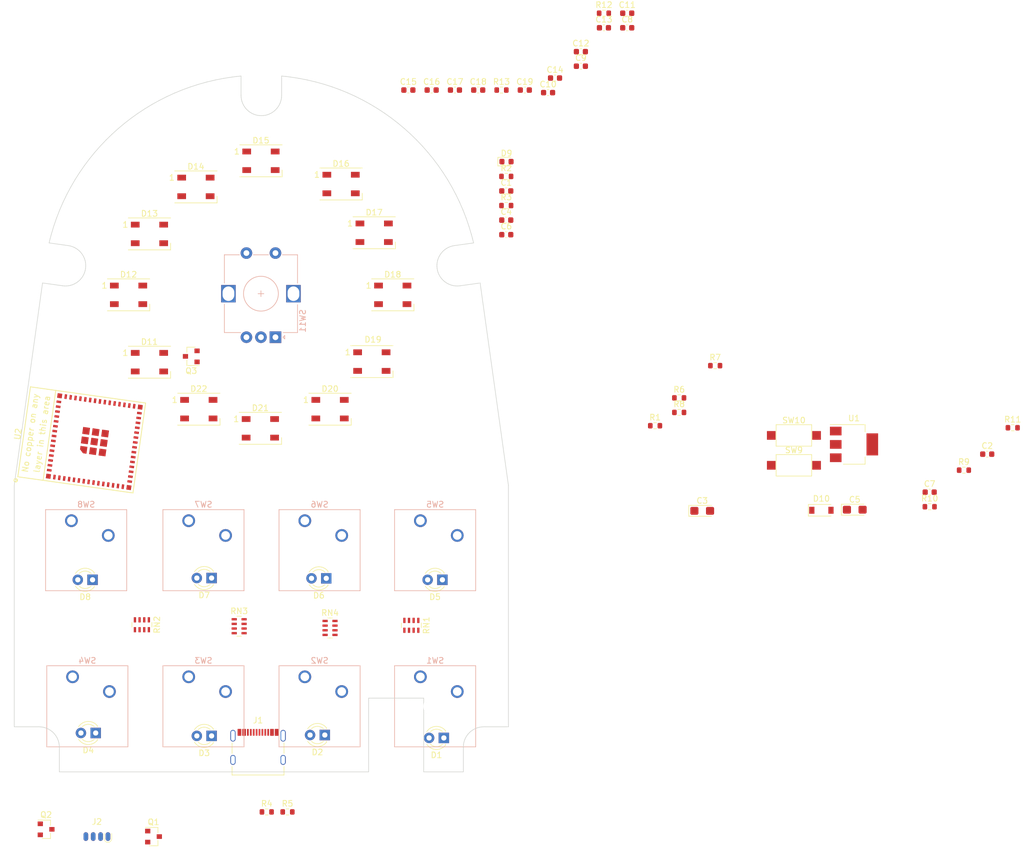
<source format=kicad_pcb>
(kicad_pcb (version 20171130) (host pcbnew "(5.1.9)-1")
  (layers (0 F.Cu signal) (31 B.Cu signal) (34 B.Paste user) (35 F.Paste user) (36 B.SilkS user) (37 F.SilkS user) (38 B.Mask user) (39 F.Mask user) (44 Edge.Cuts user))
  (net 0 "")
  (net 1 "Net-(C1-Pad2)")
  (net 2 GND)
  (net 3 "Net-(C2-Pad2)")
  (net 4 /VBUS)
  (net 5 +3V3)
  (net 6 /IO0)
  (net 7 "Net-(D1-Pad1)")
  (net 8 "Net-(D2-Pad1)")
  (net 9 "Net-(D3-Pad1)")
  (net 10 "Net-(D4-Pad1)")
  (net 11 "Net-(D5-Pad1)")
  (net 12 "Net-(D6-Pad1)")
  (net 13 "Net-(D7-Pad1)")
  (net 14 "Net-(D8-Pad1)")
  (net 15 "Net-(D9-Pad2)")
  (net 16 "Net-(D10-Pad2)")
  (net 17 "Net-(D11-Pad2)")
  (net 18 /ledring/DIN_VCC)
  (net 19 "Net-(D12-Pad2)")
  (net 20 "Net-(D12-Pad4)")
  (net 21 "Net-(D13-Pad2)")
  (net 22 "Net-(D14-Pad4)")
  (net 23 "Net-(D15-Pad2)")
  (net 24 "Net-(D16-Pad4)")
  (net 25 "Net-(D17-Pad2)")
  (net 26 "Net-(D18-Pad4)")
  (net 27 "Net-(D19-Pad2)")
  (net 28 "Net-(D20-Pad4)")
  (net 29 "Net-(D21-Pad2)")
  (net 30 "Net-(J1-PadB5)")
  (net 31 /USB_D+)
  (net 32 "Net-(J1-PadA8)")
  (net 33 "Net-(J1-PadA5)")
  (net 34 "Net-(J1-PadB8)")
  (net 35 /USB_D-)
  (net 36 "Net-(J1-PadS1)")
  (net 37 /RTS)
  (net 38 /RX)
  (net 39 /TX)
  (net 40 /DTR)
  (net 41 /EN)
  (net 42 "Net-(Q1-Pad1)")
  (net 43 "Net-(Q2-Pad1)")
  (net 44 /LED_DATA)
  (net 45 /ROT_CLK)
  (net 46 "Net-(R7-Pad1)")
  (net 47 /ROT_DT)
  (net 48 "Net-(R8-Pad1)")
  (net 49 /ROT_SW)
  (net 50 /L4)
  (net 51 /L3)
  (net 52 /L2)
  (net 53 /L1)
  (net 54 /L8)
  (net 55 /L7)
  (net 56 /L6)
  (net 57 /L5)
  (net 58 /K8)
  (net 59 /K7)
  (net 60 /K6)
  (net 61 /K5)
  (net 62 /K4)
  (net 63 /K1)
  (net 64 /K3)
  (net 65 /K2)
  (net 66 "Net-(U2-Pad29)")
  (net 67 "Net-(U2-Pad28)")
  (net 68 "Net-(U2-Pad27)")
  (net 69 "Net-(U2-Pad26)")
  (net 70 "Net-(U2-Pad25)")
  (net 71 "Net-(U2-Pad22)")
  (net 72 "Net-(U2-Pad21)")
  (net 73 "Net-(U2-Pad44)")
  (net 74 "Net-(U2-Pad41)")
  (net 75 "Net-(U2-Pad38)")
  (net 76 "Net-(U2-Pad37)")
  (net 77 "Net-(U2-Pad36)")
  (net 78 "Net-(U2-Pad35)")
  (net 79 "Net-(U2-Pad34)")
  (module LOGO (layer F.Cu) (at 158.75 98.925)
    (fp_text reference G*** hide)
    (fp_text value LOGO hide)
  )
  (module footprint:ESP32-S2-MINI-1 (layer F.Cu) (at 129.05 99.95 82)
    (fp_text reference U2 (at -1.625 -13.2 82) (layer F.SilkS) (effects (justify left)))
    (fp_text value ESP32-S2-MINI-1 hide)
    (fp_text user "layer in this area" (at 0.025 -9.1 82) (layer F.SilkS))
    (fp_text user "No copper on any" (at -0.05 -11.1 82) (layer F.SilkS))
    (pad 61 smd rect (at 0 -1.65 82) (size 1.2 1.2) (layers F.Cu F.Paste F.Mask) (net 2 GND))
    (pad 61 smd rect (at 0 1.65 82) (size 1.2 1.2) (layers F.Cu F.Paste F.Mask) (net 2 GND))
    (pad 61 smd rect (at 1.65 1.65 82) (size 1.2 1.2) (layers F.Cu F.Paste F.Mask) (net 2 GND))
    (pad 61 smd rect (at 1.65 -1.65 82) (size 1.2 1.2) (layers F.Cu F.Paste F.Mask) (net 2 GND))
    (pad 61 smd custom (at -1.65 -1.65 82) (size 0.5 0.5) (layers F.Cu F.Paste F.Mask) (net 2 GND) (options (clearance outline) (anchor circle)) (primitives (gr_poly (pts (xy -0.6 0) (xy -0.6 0.6) (xy 0.6 0.6) (xy 0.6 -0.6) (xy 0 -0.6) (xy -0.6 0)) (width 0))))
    (pad 61 smd rect (at -1.65 1.65 82) (size 1.2 1.2) (layers F.Cu F.Paste F.Mask) (net 2 GND))
    (pad 61 smd rect (at 0 0 82) (size 1.2 1.2) (layers F.Cu F.Paste F.Mask) (net 2 GND))
    (pad 61 smd rect (at 1.65 0 82) (size 1.2 1.2) (layers F.Cu F.Paste F.Mask) (net 2 GND))
    (pad 61 smd rect (at -1.65 0 82) (size 1.2 1.2) (layers F.Cu F.Paste F.Mask) (net 2 GND))
    (pad 60 smd rect (at -5.95 -7 82) (size 0.4 0.8) (layers F.Cu F.Paste F.Mask) (net 2 GND))
    (pad 59 smd rect (at -5.1 -7 82) (size 0.4 0.8) (layers F.Cu F.Paste F.Mask) (net 2 GND))
    (pad 58 smd rect (at -4.25 -7 82) (size 0.4 0.8) (layers F.Cu F.Paste F.Mask) (net 2 GND))
    (pad 57 smd rect (at -3.4 -7 82) (size 0.4 0.8) (layers F.Cu F.Paste F.Mask) (net 2 GND))
    (pad 56 smd rect (at -2.55 -7 82) (size 0.4 0.8) (layers F.Cu F.Paste F.Mask) (net 2 GND))
    (pad 55 smd rect (at -1.7 -7 82) (size 0.4 0.8) (layers F.Cu F.Paste F.Mask) (net 2 GND))
    (pad 54 smd rect (at -0.85 -7 82) (size 0.4 0.8) (layers F.Cu F.Paste F.Mask) (net 2 GND))
    (pad 53 smd rect (at 0 -7 82) (size 0.4 0.8) (layers F.Cu F.Paste F.Mask) (net 2 GND))
    (pad 52 smd rect (at 0.85 -7 82) (size 0.4 0.8) (layers F.Cu F.Paste F.Mask) (net 2 GND))
    (pad 51 smd rect (at 1.7 -7 82) (size 0.4 0.8) (layers F.Cu F.Paste F.Mask) (net 2 GND))
    (pad 50 smd rect (at 2.55 -7 82) (size 0.4 0.8) (layers F.Cu F.Paste F.Mask) (net 2 GND))
    (pad 49 smd rect (at 3.4 -7 82) (size 0.4 0.8) (layers F.Cu F.Paste F.Mask) (net 2 GND))
    (pad 48 smd rect (at 4.25 -7 82) (size 0.4 0.8) (layers F.Cu F.Paste F.Mask) (net 2 GND))
    (pad 47 smd rect (at 5.1 -7 82) (size 0.4 0.8) (layers F.Cu F.Paste F.Mask) (net 2 GND))
    (pad 46 smd rect (at 5.95 -7 82) (size 0.4 0.8) (layers F.Cu F.Paste F.Mask) (net 2 GND))
    (pad 30 smd rect (at 5.95 7 82) (size 0.4 0.8) (layers F.Cu F.Paste F.Mask) (net 2 GND))
    (pad 29 smd rect (at 5.1 7 82) (size 0.4 0.8) (layers F.Cu F.Paste F.Mask) (net 66 "Net-(U2-Pad29)"))
    (pad 28 smd rect (at 4.25 7 82) (size 0.4 0.8) (layers F.Cu F.Paste F.Mask) (net 67 "Net-(U2-Pad28)"))
    (pad 27 smd rect (at 3.4 7 82) (size 0.4 0.8) (layers F.Cu F.Paste F.Mask) (net 68 "Net-(U2-Pad27)"))
    (pad 26 smd rect (at 2.55 7 82) (size 0.4 0.8) (layers F.Cu F.Paste F.Mask) (net 69 "Net-(U2-Pad26)"))
    (pad 25 smd rect (at 1.7 7 82) (size 0.4 0.8) (layers F.Cu F.Paste F.Mask) (net 70 "Net-(U2-Pad25)"))
    (pad 24 smd rect (at 0.85 7 82) (size 0.4 0.8) (layers F.Cu F.Paste F.Mask) (net 31 /USB_D+))
    (pad 23 smd rect (at 0 7 82) (size 0.4 0.8) (layers F.Cu F.Paste F.Mask) (net 35 /USB_D-))
    (pad 22 smd rect (at -0.85 7 82) (size 0.4 0.8) (layers F.Cu F.Paste F.Mask) (net 71 "Net-(U2-Pad22)"))
    (pad 21 smd rect (at -1.7 7 82) (size 0.4 0.8) (layers F.Cu F.Paste F.Mask) (net 72 "Net-(U2-Pad21)"))
    (pad 20 smd rect (at -2.55 7 82) (size 0.4 0.8) (layers F.Cu F.Paste F.Mask) (net 53 /L1))
    (pad 19 smd rect (at -3.4 7 82) (size 0.4 0.8) (layers F.Cu F.Paste F.Mask) (net 63 /K1))
    (pad 18 smd rect (at -4.25 7 82) (size 0.4 0.8) (layers F.Cu F.Paste F.Mask) (net 57 /L5))
    (pad 17 smd rect (at -5.1 7 82) (size 0.4 0.8) (layers F.Cu F.Paste F.Mask) (net 61 /K5))
    (pad 16 smd rect (at -5.95 7 82) (size 0.4 0.8) (layers F.Cu F.Paste F.Mask) (net 52 /L2))
    (pad 45 smd rect (at 7 -5.95 82) (size 0.8 0.4) (layers F.Cu F.Paste F.Mask) (net 41 /EN))
    (pad 44 smd rect (at 7 -5.1 82) (size 0.8 0.4) (layers F.Cu F.Paste F.Mask) (net 73 "Net-(U2-Pad44)"))
    (pad 43 smd rect (at 7 -4.25 82) (size 0.8 0.4) (layers F.Cu F.Paste F.Mask) (net 2 GND))
    (pad 42 smd rect (at 7 -3.4 82) (size 0.8 0.4) (layers F.Cu F.Paste F.Mask) (net 2 GND))
    (pad 41 smd rect (at 7 -2.55 82) (size 0.8 0.4) (layers F.Cu F.Paste F.Mask) (net 74 "Net-(U2-Pad41)"))
    (pad 40 smd rect (at 7 -1.7 82) (size 0.8 0.4) (layers F.Cu F.Paste F.Mask) (net 38 /RX))
    (pad 39 smd rect (at 7 -0.85 82) (size 0.8 0.4) (layers F.Cu F.Paste F.Mask) (net 39 /TX))
    (pad 38 smd rect (at 7 0 82) (size 0.8 0.4) (layers F.Cu F.Paste F.Mask) (net 75 "Net-(U2-Pad38)"))
    (pad 37 smd rect (at 7 0.85 82) (size 0.8 0.4) (layers F.Cu F.Paste F.Mask) (net 76 "Net-(U2-Pad37)"))
    (pad 36 smd rect (at 7 1.7 82) (size 0.8 0.4) (layers F.Cu F.Paste F.Mask) (net 77 "Net-(U2-Pad36)"))
    (pad 35 smd rect (at 7 2.55 82) (size 0.8 0.4) (layers F.Cu F.Paste F.Mask) (net 78 "Net-(U2-Pad35)"))
    (pad 34 smd rect (at 7 3.4 82) (size 0.8 0.4) (layers F.Cu F.Paste F.Mask) (net 79 "Net-(U2-Pad34)"))
    (pad 33 smd rect (at 7 4.25 82) (size 0.8 0.4) (layers F.Cu F.Paste F.Mask) (net 47 /ROT_DT))
    (pad 32 smd rect (at 7 5.1 82) (size 0.8 0.4) (layers F.Cu F.Paste F.Mask) (net 45 /ROT_CLK))
    (pad 31 smd rect (at 7 5.95 82) (size 0.8 0.4) (layers F.Cu F.Paste F.Mask) (net 49 /ROT_SW))
    (pad 14 smd rect (at -7 5.1 82) (size 0.8 0.4) (layers F.Cu F.Paste F.Mask) (net 56 /L6))
    (pad 13 smd rect (at -7 4.25 82) (size 0.8 0.4) (layers F.Cu F.Paste F.Mask) (net 60 /K6))
    (pad 12 smd rect (at -7 3.4 82) (size 0.8 0.4) (layers F.Cu F.Paste F.Mask) (net 51 /L3))
    (pad 11 smd rect (at -7 2.55 82) (size 0.8 0.4) (layers F.Cu F.Paste F.Mask) (net 64 /K3))
    (pad 10 smd rect (at -7 1.7 82) (size 0.8 0.4) (layers F.Cu F.Paste F.Mask) (net 55 /L7))
    (pad 9 smd rect (at -7 0.85 82) (size 0.8 0.4) (layers F.Cu F.Paste F.Mask) (net 59 /K7))
    (pad 8 smd rect (at -7 0 82) (size 0.8 0.4) (layers F.Cu F.Paste F.Mask) (net 50 /L4))
    (pad 7 smd rect (at -7 -0.85 82) (size 0.8 0.4) (layers F.Cu F.Paste F.Mask) (net 62 /K4))
    (pad 6 smd rect (at -7 -1.7 82) (size 0.8 0.4) (layers F.Cu F.Paste F.Mask) (net 54 /L8))
    (pad 5 smd rect (at -7 -2.55 82) (size 0.8 0.4) (layers F.Cu F.Paste F.Mask) (net 58 /K8))
    (pad 4 smd rect (at -7 -3.4 82) (size 0.8 0.4) (layers F.Cu F.Paste F.Mask) (net 6 /IO0))
    (pad 3 smd rect (at -7 -4.25 82) (size 0.8 0.4) (layers F.Cu F.Paste F.Mask) (net 5 +3V3))
    (pad 2 smd rect (at -7 -5.1 82) (size 0.8 0.4) (layers F.Cu F.Paste F.Mask) (net 2 GND))
    (pad 15 smd rect (at -7 5.95 82) (size 0.8 0.4) (layers F.Cu F.Paste F.Mask) (net 65 /K2))
    (pad 1 smd rect (at -7 -5.95 82) (size 0.8 0.4) (layers F.Cu F.Paste F.Mask) (net 2 GND))
    (pad 64 smd rect (at 7 7 82) (size 0.8 0.8) (layers F.Cu F.Paste F.Mask) (net 2 GND))
    (pad 65 smd rect (at 7 -7 82) (size 0.8 0.8) (layers F.Cu F.Paste F.Mask) (net 2 GND))
    (pad 63 smd rect (at -7 7 82) (size 0.8 0.8) (layers F.Cu F.Paste F.Mask) (net 2 GND))
    (pad 62 smd rect (at -7 -7 82) (size 0.8 0.8) (layers F.Cu F.Paste F.Mask) (net 2 GND))
  )
  (module Package_TO_SOT_SMD:SOT-223-3_TabPin2 (layer F.Cu) (at 259.89 100.42)
    (fp_text reference U1 (at 0 -4.5) (layer F.SilkS))
    (fp_text value AMS1117-3.3)
    (pad 1 smd rect (at -3.15 -2.3) (size 2 1.5) (layers F.Cu F.Paste F.Mask) (net 2 GND))
    (pad 3 smd rect (at -3.15 2.3) (size 2 1.5) (layers F.Cu F.Paste F.Mask) (net 4 /VBUS))
    (pad 2 smd rect (at -3.15 0) (size 2 1.5) (layers F.Cu F.Paste F.Mask) (net 5 +3V3))
    (pad 2 smd rect (at 3.15 0) (size 2 3.8) (layers F.Cu F.Paste F.Mask) (net 5 +3V3))
  )
  (module Rotary_Encoder:RotaryEncoder_Alps_EC12E-Switch_Vertical_H20mm (layer B.Cu) (at 160.25 81.95 90)
    (fp_text reference SW11 (at 2.8 4.7 90) (layer B.SilkS) (effects (justify mirror)))
    (fp_text value Rotary_Encoder_Switch)
    (pad A thru_hole rect (at 0 0 90) (size 2 2) (drill 1) (layers *.Cu *.Mask) (net 46 "Net-(R7-Pad1)"))
    (pad C thru_hole circle (at 0 -2.5 90) (size 2 2) (drill 1) (layers *.Cu *.Mask) (net 2 GND))
    (pad B thru_hole circle (at 0 -5 90) (size 2 2) (drill 1) (layers *.Cu *.Mask) (net 48 "Net-(R8-Pad1)"))
    (pad MP thru_hole rect (at 7.5 3.1 90) (size 3 2.5) (drill oval 2.5 2) (layers *.Cu *.Mask))
    (pad MP thru_hole rect (at 7.5 -8.1 90) (size 3 2.5) (drill oval 2.5 2) (layers *.Cu *.Mask))
    (pad S1 thru_hole circle (at 14.5 0 90) (size 2 2) (drill 1) (layers *.Cu *.Mask) (net 49 /ROT_SW))
    (pad S2 thru_hole circle (at 14.5 -5 90) (size 2 2) (drill 1) (layers *.Cu *.Mask) (net 2 GND))
  )
  (module Button_Switch_Keyboard:SW_Cherry_MX_1.00u_PCB (layer B.Cu) (at 125.31 140.47 180)
    (fp_text reference SW4 (at -2.54 2.794) (layer B.SilkS) (effects (justify mirror)))
    (fp_text value SW_cherry)
    (pad "" np_thru_hole circle (at 2.54 -5.08 180) (size 1.7 1.7) (drill 1.7) (layers *.Cu *.Mask))
    (pad "" np_thru_hole circle (at -7.62 -5.08 180) (size 1.7 1.7) (drill 1.7) (layers *.Cu *.Mask))
    (pad "" np_thru_hole circle (at -2.54 -5.08 180) (size 4 4) (drill 4) (layers *.Cu *.Mask))
    (pad 2 thru_hole circle (at -6.35 -2.54 180) (size 2.2 2.2) (drill 1.5) (layers *.Cu *.Mask) (net 62 /K4))
    (pad 1 thru_hole circle (at 0 0 180) (size 2.2 2.2) (drill 1.5) (layers *.Cu *.Mask) (net 5 +3V3))
  )
  (module Button_Switch_Keyboard:SW_Cherry_MX_1.00u_PCB (layer B.Cu) (at 145.31 140.47 180)
    (fp_text reference SW3 (at -2.54 2.794) (layer B.SilkS) (effects (justify mirror)))
    (fp_text value SW_cherry)
    (pad "" np_thru_hole circle (at 2.54 -5.08 180) (size 1.7 1.7) (drill 1.7) (layers *.Cu *.Mask))
    (pad "" np_thru_hole circle (at -7.62 -5.08 180) (size 1.7 1.7) (drill 1.7) (layers *.Cu *.Mask))
    (pad "" np_thru_hole circle (at -2.54 -5.08 180) (size 4 4) (drill 4) (layers *.Cu *.Mask))
    (pad 2 thru_hole circle (at -6.35 -2.54 180) (size 2.2 2.2) (drill 1.5) (layers *.Cu *.Mask) (net 64 /K3))
    (pad 1 thru_hole circle (at 0 0 180) (size 2.2 2.2) (drill 1.5) (layers *.Cu *.Mask) (net 5 +3V3))
  )
  (module Button_Switch_Keyboard:SW_Cherry_MX_1.00u_PCB (layer B.Cu) (at 165.31 140.47 180)
    (fp_text reference SW2 (at -2.54 2.794) (layer B.SilkS) (effects (justify mirror)))
    (fp_text value SW_cherry)
    (pad "" np_thru_hole circle (at 2.54 -5.08 180) (size 1.7 1.7) (drill 1.7) (layers *.Cu *.Mask))
    (pad "" np_thru_hole circle (at -7.62 -5.08 180) (size 1.7 1.7) (drill 1.7) (layers *.Cu *.Mask))
    (pad "" np_thru_hole circle (at -2.54 -5.08 180) (size 4 4) (drill 4) (layers *.Cu *.Mask))
    (pad 2 thru_hole circle (at -6.35 -2.54 180) (size 2.2 2.2) (drill 1.5) (layers *.Cu *.Mask) (net 65 /K2))
    (pad 1 thru_hole circle (at 0 0 180) (size 2.2 2.2) (drill 1.5) (layers *.Cu *.Mask) (net 5 +3V3))
  )
  (module Button_Switch_Keyboard:SW_Cherry_MX_1.00u_PCB (layer B.Cu) (at 185.21 140.47 180)
    (fp_text reference SW1 (at -2.54 2.794) (layer B.SilkS) (effects (justify mirror)))
    (fp_text value SW_cherry)
    (pad "" np_thru_hole circle (at 2.54 -5.08 180) (size 1.7 1.7) (drill 1.7) (layers *.Cu *.Mask))
    (pad "" np_thru_hole circle (at -7.62 -5.08 180) (size 1.7 1.7) (drill 1.7) (layers *.Cu *.Mask))
    (pad "" np_thru_hole circle (at -2.54 -5.08 180) (size 4 4) (drill 4) (layers *.Cu *.Mask))
    (pad 2 thru_hole circle (at -6.35 -2.54 180) (size 2.2 2.2) (drill 1.5) (layers *.Cu *.Mask) (net 63 /K1))
    (pad 1 thru_hole circle (at 0 0 180) (size 2.2 2.2) (drill 1.5) (layers *.Cu *.Mask) (net 5 +3V3))
  )
  (module Button_Switch_Keyboard:SW_Cherry_MX_1.00u_PCB (layer B.Cu) (at 125.11 113.57 180)
    (fp_text reference SW8 (at -2.54 2.794) (layer B.SilkS) (effects (justify mirror)))
    (fp_text value SW_cherry)
    (pad "" np_thru_hole circle (at 2.54 -5.08 180) (size 1.7 1.7) (drill 1.7) (layers *.Cu *.Mask))
    (pad "" np_thru_hole circle (at -7.62 -5.08 180) (size 1.7 1.7) (drill 1.7) (layers *.Cu *.Mask))
    (pad "" np_thru_hole circle (at -2.54 -5.08 180) (size 4 4) (drill 4) (layers *.Cu *.Mask))
    (pad 2 thru_hole circle (at -6.35 -2.54 180) (size 2.2 2.2) (drill 1.5) (layers *.Cu *.Mask) (net 5 +3V3))
    (pad 1 thru_hole circle (at 0 0 180) (size 2.2 2.2) (drill 1.5) (layers *.Cu *.Mask) (net 58 /K8))
  )
  (module Button_Switch_Keyboard:SW_Cherry_MX_1.00u_PCB (layer B.Cu) (at 145.31 113.57 180)
    (fp_text reference SW7 (at -2.54 2.794) (layer B.SilkS) (effects (justify mirror)))
    (fp_text value SW_cherry)
    (pad "" np_thru_hole circle (at 2.54 -5.08 180) (size 1.7 1.7) (drill 1.7) (layers *.Cu *.Mask))
    (pad "" np_thru_hole circle (at -7.62 -5.08 180) (size 1.7 1.7) (drill 1.7) (layers *.Cu *.Mask))
    (pad "" np_thru_hole circle (at -2.54 -5.08 180) (size 4 4) (drill 4) (layers *.Cu *.Mask))
    (pad 2 thru_hole circle (at -6.35 -2.54 180) (size 2.2 2.2) (drill 1.5) (layers *.Cu *.Mask) (net 5 +3V3))
    (pad 1 thru_hole circle (at 0 0 180) (size 2.2 2.2) (drill 1.5) (layers *.Cu *.Mask) (net 59 /K7))
  )
  (module Button_Switch_Keyboard:SW_Cherry_MX_1.00u_PCB (layer B.Cu) (at 165.31 113.57 180)
    (fp_text reference SW6 (at -2.54 2.794) (layer B.SilkS) (effects (justify mirror)))
    (fp_text value SW_cherry)
    (pad "" np_thru_hole circle (at 2.54 -5.08 180) (size 1.7 1.7) (drill 1.7) (layers *.Cu *.Mask))
    (pad "" np_thru_hole circle (at -7.62 -5.08 180) (size 1.7 1.7) (drill 1.7) (layers *.Cu *.Mask))
    (pad "" np_thru_hole circle (at -2.54 -5.08 180) (size 4 4) (drill 4) (layers *.Cu *.Mask))
    (pad 2 thru_hole circle (at -6.35 -2.54 180) (size 2.2 2.2) (drill 1.5) (layers *.Cu *.Mask) (net 5 +3V3))
    (pad 1 thru_hole circle (at 0 0 180) (size 2.2 2.2) (drill 1.5) (layers *.Cu *.Mask) (net 60 /K6))
  )
  (module Button_Switch_Keyboard:SW_Cherry_MX_1.00u_PCB (layer B.Cu) (at 185.21 113.57 180)
    (fp_text reference SW5 (at -2.54 2.794) (layer B.SilkS) (effects (justify mirror)))
    (fp_text value SW_cherry)
    (pad "" np_thru_hole circle (at 2.54 -5.08 180) (size 1.7 1.7) (drill 1.7) (layers *.Cu *.Mask))
    (pad "" np_thru_hole circle (at -7.62 -5.08 180) (size 1.7 1.7) (drill 1.7) (layers *.Cu *.Mask))
    (pad "" np_thru_hole circle (at -2.54 -5.08 180) (size 4 4) (drill 4) (layers *.Cu *.Mask))
    (pad 2 thru_hole circle (at -6.35 -2.54 180) (size 2.2 2.2) (drill 1.5) (layers *.Cu *.Mask) (net 5 +3V3))
    (pad 1 thru_hole circle (at 0 0 180) (size 2.2 2.2) (drill 1.5) (layers *.Cu *.Mask) (net 61 /K5))
  )
  (module Button_Switch_SMD:SW_SPST_CK_RS282G05A3 (layer F.Cu) (at 249.54 98.87)
    (fp_text reference SW10 (at 0 -2.6) (layer F.SilkS))
    (fp_text value SW_Push)
    (pad 2 smd rect (at 3.9 0) (size 1.5 1.5) (layers F.Cu F.Paste F.Mask) (net 3 "Net-(C2-Pad2)"))
    (pad 1 smd rect (at -3.9 0) (size 1.5 1.5) (layers F.Cu F.Paste F.Mask) (net 2 GND))
  )
  (module Button_Switch_SMD:SW_SPST_CK_RS282G05A3 (layer F.Cu) (at 249.54 104.02)
    (fp_text reference SW9 (at 0 -2.6) (layer F.SilkS))
    (fp_text value SW_Push)
    (pad 2 smd rect (at 3.9 0) (size 1.5 1.5) (layers F.Cu F.Paste F.Mask) (net 1 "Net-(C1-Pad2)"))
    (pad 1 smd rect (at -3.9 0) (size 1.5 1.5) (layers F.Cu F.Paste F.Mask) (net 2 GND))
  )
  (module Resistor_SMD:R_Array_Concave_4x0603 (layer F.Cu) (at 169.65 132.05)
    (fp_text reference RN4 (at 0 -2.6) (layer F.SilkS))
    (fp_text value 10k)
    (pad 5 smd rect (at 0.85 1.2) (size 0.9 0.4) (layers F.Cu F.Paste F.Mask) (net 2 GND))
    (pad 6 smd rect (at 0.85 0.4) (size 0.9 0.4) (layers F.Cu F.Paste F.Mask) (net 2 GND))
    (pad 7 smd rect (at 0.85 -0.4) (size 0.9 0.4) (layers F.Cu F.Paste F.Mask) (net 2 GND))
    (pad 8 smd rect (at 0.85 -1.2) (size 0.9 0.4) (layers F.Cu F.Paste F.Mask) (net 2 GND))
    (pad 4 smd rect (at -0.85 1.2) (size 0.9 0.4) (layers F.Cu F.Paste F.Mask) (net 62 /K4))
    (pad 1 smd rect (at -0.85 -1.2) (size 0.9 0.4) (layers F.Cu F.Paste F.Mask) (net 63 /K1))
    (pad 3 smd rect (at -0.85 0.4) (size 0.9 0.4) (layers F.Cu F.Paste F.Mask) (net 64 /K3))
    (pad 2 smd rect (at -0.85 -0.4) (size 0.9 0.4) (layers F.Cu F.Paste F.Mask) (net 65 /K2))
  )
  (module Resistor_SMD:R_Array_Concave_4x0603 (layer F.Cu) (at 154 131.75)
    (fp_text reference RN3 (at 0 -2.6) (layer F.SilkS))
    (fp_text value 10k)
    (pad 5 smd rect (at 0.85 1.2) (size 0.9 0.4) (layers F.Cu F.Paste F.Mask) (net 58 /K8))
    (pad 6 smd rect (at 0.85 0.4) (size 0.9 0.4) (layers F.Cu F.Paste F.Mask) (net 59 /K7))
    (pad 7 smd rect (at 0.85 -0.4) (size 0.9 0.4) (layers F.Cu F.Paste F.Mask) (net 60 /K6))
    (pad 8 smd rect (at 0.85 -1.2) (size 0.9 0.4) (layers F.Cu F.Paste F.Mask) (net 61 /K5))
    (pad 4 smd rect (at -0.85 1.2) (size 0.9 0.4) (layers F.Cu F.Paste F.Mask) (net 2 GND))
    (pad 1 smd rect (at -0.85 -1.2) (size 0.9 0.4) (layers F.Cu F.Paste F.Mask) (net 2 GND))
    (pad 3 smd rect (at -0.85 0.4) (size 0.9 0.4) (layers F.Cu F.Paste F.Mask) (net 2 GND))
    (pad 2 smd rect (at -0.85 -0.4) (size 0.9 0.4) (layers F.Cu F.Paste F.Mask) (net 2 GND))
  )
  (module Resistor_SMD:R_Array_Concave_4x0603 (layer F.Cu) (at 137.25 131.5 270)
    (fp_text reference RN2 (at 0 -2.6 90) (layer F.SilkS))
    (fp_text value 8R2)
    (pad 5 smd rect (at 0.85 1.2 270) (size 0.9 0.4) (layers F.Cu F.Paste F.Mask) (net 54 /L8))
    (pad 6 smd rect (at 0.85 0.4 270) (size 0.9 0.4) (layers F.Cu F.Paste F.Mask) (net 55 /L7))
    (pad 7 smd rect (at 0.85 -0.4 270) (size 0.9 0.4) (layers F.Cu F.Paste F.Mask) (net 56 /L6))
    (pad 8 smd rect (at 0.85 -1.2 270) (size 0.9 0.4) (layers F.Cu F.Paste F.Mask) (net 57 /L5))
    (pad 4 smd rect (at -0.85 1.2 270) (size 0.9 0.4) (layers F.Cu F.Paste F.Mask) (net 14 "Net-(D8-Pad1)"))
    (pad 1 smd rect (at -0.85 -1.2 270) (size 0.9 0.4) (layers F.Cu F.Paste F.Mask) (net 11 "Net-(D5-Pad1)"))
    (pad 3 smd rect (at -0.85 0.4 270) (size 0.9 0.4) (layers F.Cu F.Paste F.Mask) (net 13 "Net-(D7-Pad1)"))
    (pad 2 smd rect (at -0.85 -0.4 270) (size 0.9 0.4) (layers F.Cu F.Paste F.Mask) (net 12 "Net-(D6-Pad1)"))
  )
  (module Resistor_SMD:R_Array_Concave_4x0603 (layer F.Cu) (at 183.65 131.6 270)
    (fp_text reference RN1 (at 0 -2.6 90) (layer F.SilkS))
    (fp_text value 8R2)
    (pad 5 smd rect (at 0.85 1.2 270) (size 0.9 0.4) (layers F.Cu F.Paste F.Mask) (net 50 /L4))
    (pad 6 smd rect (at 0.85 0.4 270) (size 0.9 0.4) (layers F.Cu F.Paste F.Mask) (net 51 /L3))
    (pad 7 smd rect (at 0.85 -0.4 270) (size 0.9 0.4) (layers F.Cu F.Paste F.Mask) (net 52 /L2))
    (pad 8 smd rect (at 0.85 -1.2 270) (size 0.9 0.4) (layers F.Cu F.Paste F.Mask) (net 53 /L1))
    (pad 4 smd rect (at -0.85 1.2 270) (size 0.9 0.4) (layers F.Cu F.Paste F.Mask) (net 10 "Net-(D4-Pad1)"))
    (pad 1 smd rect (at -0.85 -1.2 270) (size 0.9 0.4) (layers F.Cu F.Paste F.Mask) (net 7 "Net-(D1-Pad1)"))
    (pad 3 smd rect (at -0.85 0.4 270) (size 0.9 0.4) (layers F.Cu F.Paste F.Mask) (net 9 "Net-(D3-Pad1)"))
    (pad 2 smd rect (at -0.85 -0.4 270) (size 0.9 0.4) (layers F.Cu F.Paste F.Mask) (net 8 "Net-(D2-Pad1)"))
  )
  (module Resistor_SMD:R_0603_1608Metric (layer F.Cu) (at 199.18 39.36)
    (fp_text reference R13 (at 0 -1.43) (layer F.SilkS))
    (fp_text value 10k)
    (pad 2 smd roundrect (at 0.825 0) (size 0.8 0.95) (layers F.Cu F.Paste F.Mask) (net 4 /VBUS))
    (pad 1 smd roundrect (at -0.825 0) (size 0.8 0.95) (layers F.Cu F.Paste F.Mask) (net 18 /ledring/DIN_VCC))
  )
  (module Resistor_SMD:R_0603_1608Metric (layer F.Cu) (at 216.82 26.12)
    (fp_text reference R12 (at 0 -1.43) (layer F.SilkS))
    (fp_text value 10k)
    (pad 2 smd roundrect (at 0.825 0) (size 0.8 0.95) (layers F.Cu F.Paste F.Mask) (net 5 +3V3))
    (pad 1 smd roundrect (at -0.825 0) (size 0.8 0.95) (layers F.Cu F.Paste F.Mask) (net 44 /LED_DATA))
  )
  (module Resistor_SMD:R_0603_1608Metric (layer F.Cu) (at 287.22 97.55)
    (fp_text reference R11 (at 0 -1.43) (layer F.SilkS))
    (fp_text value 100k)
    (pad 2 smd roundrect (at 0.825 0) (size 0.8 0.95) (layers F.Cu F.Paste F.Mask) (net 49 /ROT_SW))
    (pad 1 smd roundrect (at -0.825 0) (size 0.8 0.95) (layers F.Cu F.Paste F.Mask) (net 5 +3V3))
  )
  (module Resistor_SMD:R_0603_1608Metric (layer F.Cu) (at 272.92 111.16)
    (fp_text reference R10 (at 0 -1.43) (layer F.SilkS))
    (fp_text value 10k)
    (pad 2 smd roundrect (at 0.825 0) (size 0.8 0.95) (layers F.Cu F.Paste F.Mask) (net 37 /RTS))
    (pad 1 smd roundrect (at -0.825 0) (size 0.8 0.95) (layers F.Cu F.Paste F.Mask) (net 43 "Net-(Q2-Pad1)"))
  )
  (module Resistor_SMD:R_0603_1608Metric (layer F.Cu) (at 278.82 104.86)
    (fp_text reference R9 (at 0 -1.43) (layer F.SilkS))
    (fp_text value 10k)
    (pad 2 smd roundrect (at 0.825 0) (size 0.8 0.95) (layers F.Cu F.Paste F.Mask) (net 40 /DTR))
    (pad 1 smd roundrect (at -0.825 0) (size 0.8 0.95) (layers F.Cu F.Paste F.Mask) (net 42 "Net-(Q1-Pad1)"))
  )
  (module Resistor_SMD:R_0603_1608Metric (layer F.Cu) (at 229.78 94.91)
    (fp_text reference R8 (at 0 -1.43) (layer F.SilkS))
    (fp_text value 100k)
    (pad 2 smd roundrect (at 0.825 0) (size 0.8 0.95) (layers F.Cu F.Paste F.Mask) (net 47 /ROT_DT))
    (pad 1 smd roundrect (at -0.825 0) (size 0.8 0.95) (layers F.Cu F.Paste F.Mask) (net 48 "Net-(R8-Pad1)"))
  )
  (module Resistor_SMD:R_0603_1608Metric (layer F.Cu) (at 235.98 86.85)
    (fp_text reference R7 (at 0 -1.43) (layer F.SilkS))
    (fp_text value 100k)
    (pad 2 smd roundrect (at 0.825 0) (size 0.8 0.95) (layers F.Cu F.Paste F.Mask) (net 45 /ROT_CLK))
    (pad 1 smd roundrect (at -0.825 0) (size 0.8 0.95) (layers F.Cu F.Paste F.Mask) (net 46 "Net-(R7-Pad1)"))
  )
  (module Resistor_SMD:R_0603_1608Metric (layer F.Cu) (at 229.78 92.4)
    (fp_text reference R6 (at 0 -1.43) (layer F.SilkS))
    (fp_text value 10k)
    (pad 2 smd roundrect (at 0.825 0) (size 0.8 0.95) (layers F.Cu F.Paste F.Mask) (net 5 +3V3))
    (pad 1 smd roundrect (at -0.825 0) (size 0.8 0.95) (layers F.Cu F.Paste F.Mask) (net 6 /IO0))
  )
  (module Resistor_SMD:R_0603_1608Metric (layer F.Cu) (at 162.325 163.75)
    (fp_text reference R5 (at 0 -1.43) (layer F.SilkS))
    (fp_text value 5k1)
    (pad 2 smd roundrect (at 0.825 0) (size 0.8 0.95) (layers F.Cu F.Paste F.Mask) (net 30 "Net-(J1-PadB5)"))
    (pad 1 smd roundrect (at -0.825 0) (size 0.8 0.95) (layers F.Cu F.Paste F.Mask) (net 2 GND))
  )
  (module Resistor_SMD:R_0603_1608Metric (layer F.Cu) (at 158.75 163.75)
    (fp_text reference R4 (at 0 -1.43) (layer F.SilkS))
    (fp_text value 5k1)
    (pad 2 smd roundrect (at 0.825 0) (size 0.8 0.95) (layers F.Cu F.Paste F.Mask) (net 33 "Net-(J1-PadA5)"))
    (pad 1 smd roundrect (at -0.825 0) (size 0.8 0.95) (layers F.Cu F.Paste F.Mask) (net 2 GND))
  )
  (module Resistor_SMD:R_0603_1608Metric (layer F.Cu) (at 200 59.26)
    (fp_text reference R3 (at 0 -1.43) (layer F.SilkS))
    (fp_text value 10k)
    (pad 2 smd roundrect (at 0.825 0) (size 0.8 0.95) (layers F.Cu F.Paste F.Mask) (net 3 "Net-(C2-Pad2)"))
    (pad 1 smd roundrect (at -0.825 0) (size 0.8 0.95) (layers F.Cu F.Paste F.Mask) (net 6 /IO0))
  )
  (module Resistor_SMD:R_0603_1608Metric (layer F.Cu) (at 200 54.24)
    (fp_text reference R2 (at 0 -1.43) (layer F.SilkS))
    (fp_text value 10k)
    (pad 2 smd roundrect (at 0.825 0) (size 0.8 0.95) (layers F.Cu F.Paste F.Mask) (net 1 "Net-(C1-Pad2)"))
    (pad 1 smd roundrect (at -0.825 0) (size 0.8 0.95) (layers F.Cu F.Paste F.Mask) (net 41 /EN))
  )
  (module Resistor_SMD:R_0603_1608Metric (layer F.Cu) (at 225.63 97.2)
    (fp_text reference R1 (at 0 -1.43) (layer F.SilkS))
    (fp_text value 47)
    (pad 2 smd roundrect (at 0.825 0) (size 0.8 0.95) (layers F.Cu F.Paste F.Mask) (net 15 "Net-(D9-Pad2)"))
    (pad 1 smd roundrect (at -0.825 0) (size 0.8 0.95) (layers F.Cu F.Paste F.Mask) (net 5 +3V3))
  )
  (module Package_TO_SOT_SMD:SOT-23 (layer F.Cu) (at 145.75 85.25 180)
    (fp_text reference Q3 (at 0 -2.5) (layer F.SilkS))
    (fp_text value BSS138)
    (pad 3 smd rect (at 1 0 180) (size 0.9 0.8) (layers F.Cu F.Paste F.Mask) (net 18 /ledring/DIN_VCC))
    (pad 2 smd rect (at -1 0.95 180) (size 0.9 0.8) (layers F.Cu F.Paste F.Mask) (net 44 /LED_DATA))
    (pad 1 smd rect (at -1 -0.95 180) (size 0.9 0.8) (layers F.Cu F.Paste F.Mask) (net 5 +3V3))
  )
  (module Package_TO_SOT_SMD:SOT-23 (layer F.Cu) (at 120.75 166.75)
    (fp_text reference Q2 (at 0 -2.5) (layer F.SilkS))
    (fp_text value SS8050-G)
    (pad 3 smd rect (at 1 0) (size 0.9 0.8) (layers F.Cu F.Paste F.Mask) (net 40 /DTR))
    (pad 2 smd rect (at -1 0.95) (size 0.9 0.8) (layers F.Cu F.Paste F.Mask) (net 6 /IO0))
    (pad 1 smd rect (at -1 -0.95) (size 0.9 0.8) (layers F.Cu F.Paste F.Mask) (net 43 "Net-(Q2-Pad1)"))
  )
  (module Package_TO_SOT_SMD:SOT-23 (layer F.Cu) (at 139.25 168)
    (fp_text reference Q1 (at 0 -2.5) (layer F.SilkS))
    (fp_text value SS8050-G)
    (pad 3 smd rect (at 1 0) (size 0.9 0.8) (layers F.Cu F.Paste F.Mask) (net 37 /RTS))
    (pad 2 smd rect (at -1 0.95) (size 0.9 0.8) (layers F.Cu F.Paste F.Mask) (net 41 /EN))
    (pad 1 smd rect (at -1 -0.95) (size 0.9 0.8) (layers F.Cu F.Paste F.Mask) (net 42 "Net-(Q1-Pad1)"))
  )
  (module footprint:SOIC_clipProgSmall (layer F.Cu) (at 129.5 168.75)
    (fp_text reference J2 (at 0 -3.302) (layer F.SilkS))
    (fp_text value SoicBite)
    (pad "" np_thru_hole circle (at 2.54 -1.905) (size 0.7 0.7) (drill 0.7) (layers *.Cu *.Mask))
    (pad "" np_thru_hole circle (at 1.27 -1.905) (size 0.7 0.7) (drill 0.7) (layers *.Cu *.Mask))
    (pad "" np_thru_hole circle (at 0 -1.905) (size 0.7 0.7) (drill 0.7) (layers *.Cu *.Mask))
    (pad "" np_thru_hole circle (at -1.27 -1.905) (size 0.7 0.7) (drill 0.7) (layers *.Cu *.Mask))
    (pad "" np_thru_hole circle (at -2.54 -1.905) (size 0.7 0.7) (drill 0.7) (layers *.Cu *.Mask))
    (pad 8 smd oval (at 1.905 -0.75) (size 0.8 1.5) (layers B.Cu B.Mask) (net 37 /RTS))
    (pad 7 smd oval (at 0.635 -0.75) (size 0.8 1.5) (layers B.Cu B.Mask) (net 38 /RX))
    (pad 6 smd oval (at -0.635 -0.75) (size 0.8 1.5) (layers B.Cu B.Mask) (net 39 /TX))
    (pad 1 smd oval (at 1.905 -0.75) (size 0.8 1.5) (layers F.Cu F.Mask) (net 5 +3V3))
    (pad 2 smd oval (at 0.635 -0.75) (size 0.8 1.5) (layers F.Cu F.Mask) (net 35 /USB_D-))
    (pad 3 smd oval (at -0.635 -0.75) (size 0.8 1.5) (layers F.Cu F.Mask) (net 31 /USB_D+))
    (pad 4 smd oval (at -1.905 -0.75) (size 0.8 1.5) (layers F.Cu F.Mask) (net 2 GND))
    (pad 5 smd oval (at -1.905 -0.75) (size 0.8 1.5) (layers B.Cu B.Mask) (net 40 /DTR))
  )
  (module Connector_USB:USB_C_Receptacle_Palconn_UTC16-G (layer F.Cu) (at 157.25 152.55)
    (fp_text reference J1 (at 0 -4.58) (layer F.SilkS))
    (fp_text value USB_C_Receptacle_USB2.0)
    (pad A12 smd rect (at 3.2 -2.51) (size 0.6 1.16) (layers F.Cu F.Paste F.Mask) (net 2 GND))
    (pad A9 smd rect (at 2.4 -2.51) (size 0.6 1.16) (layers F.Cu F.Paste F.Mask) (net 16 "Net-(D10-Pad2)"))
    (pad B1 smd rect (at 3.2 -2.51) (size 0.6 1.16) (layers F.Cu F.Paste F.Mask) (net 2 GND))
    (pad B4 smd rect (at 2.4 -2.51) (size 0.6 1.16) (layers F.Cu F.Paste F.Mask) (net 16 "Net-(D10-Pad2)"))
    (pad B12 smd rect (at -3.2 -2.51) (size 0.6 1.16) (layers F.Cu F.Paste F.Mask) (net 2 GND))
    (pad A1 smd rect (at -3.2 -2.51) (size 0.6 1.16) (layers F.Cu F.Paste F.Mask) (net 2 GND))
    (pad B9 smd rect (at -2.4 -2.51) (size 0.6 1.16) (layers F.Cu F.Paste F.Mask) (net 16 "Net-(D10-Pad2)"))
    (pad A4 smd rect (at -2.4 -2.51) (size 0.6 1.16) (layers F.Cu F.Paste F.Mask) (net 16 "Net-(D10-Pad2)"))
    (pad "" np_thru_hole circle (at -2.89 -1.45 180) (size 0.6 0.6) (drill 0.6) (layers *.Cu *.Mask))
    (pad "" np_thru_hole circle (at 2.89 -1.45 180) (size 0.6 0.6) (drill 0.6) (layers *.Cu *.Mask))
    (pad B5 smd rect (at 1.75 -2.51 180) (size 0.3 1.16) (layers F.Cu F.Paste F.Mask) (net 30 "Net-(J1-PadB5)"))
    (pad B6 smd rect (at 0.75 -2.51 180) (size 0.3 1.16) (layers F.Cu F.Paste F.Mask) (net 31 /USB_D+))
    (pad A8 smd rect (at 1.25 -2.51 180) (size 0.3 1.16) (layers F.Cu F.Paste F.Mask) (net 32 "Net-(J1-PadA8)"))
    (pad A5 smd rect (at -1.25 -2.51 180) (size 0.3 1.16) (layers F.Cu F.Paste F.Mask) (net 33 "Net-(J1-PadA5)"))
    (pad B8 smd rect (at -1.75 -2.51 180) (size 0.3 1.16) (layers F.Cu F.Paste F.Mask) (net 34 "Net-(J1-PadB8)"))
    (pad A7 smd rect (at 0.25 -2.51 180) (size 0.3 1.16) (layers F.Cu F.Paste F.Mask) (net 35 /USB_D-))
    (pad A6 smd rect (at -0.25 -2.51 180) (size 0.3 1.16) (layers F.Cu F.Paste F.Mask) (net 31 /USB_D+))
    (pad B7 smd rect (at -0.75 -2.51 180) (size 0.3 1.16) (layers F.Cu F.Paste F.Mask) (net 35 /USB_D-))
    (pad S1 thru_hole oval (at 4.32 2.24 90) (size 1.7 0.9) (drill oval 1.4 0.6) (layers *.Cu *.Mask) (net 36 "Net-(J1-PadS1)"))
    (pad S1 thru_hole oval (at -4.32 2.24 90) (size 1.7 0.9) (drill oval 1.4 0.6) (layers *.Cu *.Mask) (net 36 "Net-(J1-PadS1)"))
    (pad S1 thru_hole oval (at 4.32 -1.93 90) (size 2 0.9) (drill oval 1.7 0.6) (layers *.Cu *.Mask) (net 36 "Net-(J1-PadS1)"))
    (pad S1 thru_hole oval (at -4.32 -1.93 90) (size 2 0.9) (drill oval 1.7 0.6) (layers *.Cu *.Mask) (net 36 "Net-(J1-PadS1)"))
  )
  (module LED_SMD:LED_WS2812B_PLCC4_5.0x5.0mm_P3.2mm (layer F.Cu) (at 147.05 94.35)
    (fp_text reference D22 (at 0 -3.5) (layer F.SilkS))
    (fp_text value WS2812B)
    (fp_text user 1 (at -4.15 -1.6) (layer F.SilkS))
    (pad 1 smd rect (at -2.45 -1.6) (size 1.5 1) (layers F.Cu F.Paste F.Mask) (net 4 /VBUS))
    (pad 2 smd rect (at -2.45 1.6) (size 1.5 1) (layers F.Cu F.Paste F.Mask) (net 28 "Net-(D20-Pad4)"))
    (pad 4 smd rect (at 2.45 -1.6) (size 1.5 1) (layers F.Cu F.Paste F.Mask) (net 29 "Net-(D21-Pad2)"))
    (pad 3 smd rect (at 2.45 1.6) (size 1.5 1) (layers F.Cu F.Paste F.Mask) (net 2 GND))
  )
  (module LED_SMD:LED_WS2812B_PLCC4_5.0x5.0mm_P3.2mm (layer F.Cu) (at 157.65 97.65)
    (fp_text reference D21 (at 0 -3.5) (layer F.SilkS))
    (fp_text value WS2812B)
    (fp_text user 1 (at -4.15 -1.6) (layer F.SilkS))
    (pad 1 smd rect (at -2.45 -1.6) (size 1.5 1) (layers F.Cu F.Paste F.Mask) (net 4 /VBUS))
    (pad 2 smd rect (at -2.45 1.6) (size 1.5 1) (layers F.Cu F.Paste F.Mask) (net 29 "Net-(D21-Pad2)"))
    (pad 4 smd rect (at 2.45 -1.6) (size 1.5 1) (layers F.Cu F.Paste F.Mask) (net 27 "Net-(D19-Pad2)"))
    (pad 3 smd rect (at 2.45 1.6) (size 1.5 1) (layers F.Cu F.Paste F.Mask) (net 2 GND))
  )
  (module LED_SMD:LED_WS2812B_PLCC4_5.0x5.0mm_P3.2mm (layer F.Cu) (at 169.65 94.35)
    (fp_text reference D20 (at 0 -3.5) (layer F.SilkS))
    (fp_text value WS2812B)
    (fp_text user 1 (at -4.15 -1.6) (layer F.SilkS))
    (pad 1 smd rect (at -2.45 -1.6) (size 1.5 1) (layers F.Cu F.Paste F.Mask) (net 4 /VBUS))
    (pad 2 smd rect (at -2.45 1.6) (size 1.5 1) (layers F.Cu F.Paste F.Mask) (net 26 "Net-(D18-Pad4)"))
    (pad 4 smd rect (at 2.45 -1.6) (size 1.5 1) (layers F.Cu F.Paste F.Mask) (net 28 "Net-(D20-Pad4)"))
    (pad 3 smd rect (at 2.45 1.6) (size 1.5 1) (layers F.Cu F.Paste F.Mask) (net 2 GND))
  )
  (module LED_SMD:LED_WS2812B_PLCC4_5.0x5.0mm_P3.2mm (layer F.Cu) (at 176.85 86.15)
    (fp_text reference D19 (at 0.2 -3.8) (layer F.SilkS))
    (fp_text value WS2812B)
    (fp_text user 1 (at -4.15 -1.6) (layer F.SilkS))
    (pad 1 smd rect (at -2.45 -1.6) (size 1.5 1) (layers F.Cu F.Paste F.Mask) (net 4 /VBUS))
    (pad 2 smd rect (at -2.45 1.6) (size 1.5 1) (layers F.Cu F.Paste F.Mask) (net 27 "Net-(D19-Pad2)"))
    (pad 4 smd rect (at 2.45 -1.6) (size 1.5 1) (layers F.Cu F.Paste F.Mask) (net 25 "Net-(D17-Pad2)"))
    (pad 3 smd rect (at 2.45 1.6) (size 1.5 1) (layers F.Cu F.Paste F.Mask) (net 2 GND))
  )
  (module LED_SMD:LED_WS2812B_PLCC4_5.0x5.0mm_P3.2mm (layer F.Cu) (at 180.45 74.65)
    (fp_text reference D18 (at 0 -3.5) (layer F.SilkS))
    (fp_text value WS2812B)
    (fp_text user 1 (at -4.15 -1.6) (layer F.SilkS))
    (pad 1 smd rect (at -2.45 -1.6) (size 1.5 1) (layers F.Cu F.Paste F.Mask) (net 4 /VBUS))
    (pad 2 smd rect (at -2.45 1.6) (size 1.5 1) (layers F.Cu F.Paste F.Mask) (net 24 "Net-(D16-Pad4)"))
    (pad 4 smd rect (at 2.45 -1.6) (size 1.5 1) (layers F.Cu F.Paste F.Mask) (net 26 "Net-(D18-Pad4)"))
    (pad 3 smd rect (at 2.45 1.6) (size 1.5 1) (layers F.Cu F.Paste F.Mask) (net 2 GND))
  )
  (module LED_SMD:LED_WS2812B_PLCC4_5.0x5.0mm_P3.2mm (layer F.Cu) (at 177.25 63.95)
    (fp_text reference D17 (at 0 -3.5) (layer F.SilkS))
    (fp_text value WS2812B)
    (fp_text user 1 (at -4.15 -1.6) (layer F.SilkS))
    (pad 1 smd rect (at -2.45 -1.6) (size 1.5 1) (layers F.Cu F.Paste F.Mask) (net 4 /VBUS))
    (pad 2 smd rect (at -2.45 1.6) (size 1.5 1) (layers F.Cu F.Paste F.Mask) (net 25 "Net-(D17-Pad2)"))
    (pad 4 smd rect (at 2.45 -1.6) (size 1.5 1) (layers F.Cu F.Paste F.Mask) (net 23 "Net-(D15-Pad2)"))
    (pad 3 smd rect (at 2.45 1.6) (size 1.5 1) (layers F.Cu F.Paste F.Mask) (net 2 GND))
  )
  (module LED_SMD:LED_WS2812B_PLCC4_5.0x5.0mm_P3.2mm (layer F.Cu) (at 171.55 55.55)
    (fp_text reference D16 (at 0 -3.5) (layer F.SilkS))
    (fp_text value WS2812B)
    (fp_text user 1 (at -4.15 -1.6) (layer F.SilkS))
    (pad 1 smd rect (at -2.45 -1.6) (size 1.5 1) (layers F.Cu F.Paste F.Mask) (net 4 /VBUS))
    (pad 2 smd rect (at -2.45 1.6) (size 1.5 1) (layers F.Cu F.Paste F.Mask) (net 22 "Net-(D14-Pad4)"))
    (pad 4 smd rect (at 2.45 -1.6) (size 1.5 1) (layers F.Cu F.Paste F.Mask) (net 24 "Net-(D16-Pad4)"))
    (pad 3 smd rect (at 2.45 1.6) (size 1.5 1) (layers F.Cu F.Paste F.Mask) (net 2 GND))
  )
  (module LED_SMD:LED_WS2812B_PLCC4_5.0x5.0mm_P3.2mm (layer F.Cu) (at 157.75 51.55)
    (fp_text reference D15 (at 0 -3.5) (layer F.SilkS))
    (fp_text value WS2812B)
    (fp_text user 1 (at -4.15 -1.6) (layer F.SilkS))
    (pad 1 smd rect (at -2.45 -1.6) (size 1.5 1) (layers F.Cu F.Paste F.Mask) (net 4 /VBUS))
    (pad 2 smd rect (at -2.45 1.6) (size 1.5 1) (layers F.Cu F.Paste F.Mask) (net 23 "Net-(D15-Pad2)"))
    (pad 4 smd rect (at 2.45 -1.6) (size 1.5 1) (layers F.Cu F.Paste F.Mask) (net 21 "Net-(D13-Pad2)"))
    (pad 3 smd rect (at 2.45 1.6) (size 1.5 1) (layers F.Cu F.Paste F.Mask) (net 2 GND))
  )
  (module LED_SMD:LED_WS2812B_PLCC4_5.0x5.0mm_P3.2mm (layer F.Cu) (at 146.55 56.05)
    (fp_text reference D14 (at 0 -3.5) (layer F.SilkS))
    (fp_text value WS2812B)
    (fp_text user 1 (at -4.15 -1.6) (layer F.SilkS))
    (pad 1 smd rect (at -2.45 -1.6) (size 1.5 1) (layers F.Cu F.Paste F.Mask) (net 4 /VBUS))
    (pad 2 smd rect (at -2.45 1.6) (size 1.5 1) (layers F.Cu F.Paste F.Mask) (net 20 "Net-(D12-Pad4)"))
    (pad 4 smd rect (at 2.45 -1.6) (size 1.5 1) (layers F.Cu F.Paste F.Mask) (net 22 "Net-(D14-Pad4)"))
    (pad 3 smd rect (at 2.45 1.6) (size 1.5 1) (layers F.Cu F.Paste F.Mask) (net 2 GND))
  )
  (module LED_SMD:LED_WS2812B_PLCC4_5.0x5.0mm_P3.2mm (layer F.Cu) (at 138.55 64.15)
    (fp_text reference D13 (at 0 -3.5) (layer F.SilkS))
    (fp_text value WS2812B)
    (fp_text user 1 (at -4.15 -1.6) (layer F.SilkS))
    (pad 1 smd rect (at -2.45 -1.6) (size 1.5 1) (layers F.Cu F.Paste F.Mask) (net 4 /VBUS))
    (pad 2 smd rect (at -2.45 1.6) (size 1.5 1) (layers F.Cu F.Paste F.Mask) (net 21 "Net-(D13-Pad2)"))
    (pad 4 smd rect (at 2.45 -1.6) (size 1.5 1) (layers F.Cu F.Paste F.Mask) (net 17 "Net-(D11-Pad2)"))
    (pad 3 smd rect (at 2.45 1.6) (size 1.5 1) (layers F.Cu F.Paste F.Mask) (net 2 GND))
  )
  (module LED_SMD:LED_WS2812B_PLCC4_5.0x5.0mm_P3.2mm (layer F.Cu) (at 134.95 74.65)
    (fp_text reference D12 (at 0 -3.5) (layer F.SilkS))
    (fp_text value WS2812B)
    (fp_text user 1 (at -4.15 -1.6) (layer F.SilkS))
    (pad 1 smd rect (at -2.45 -1.6) (size 1.5 1) (layers F.Cu F.Paste F.Mask) (net 4 /VBUS))
    (pad 2 smd rect (at -2.45 1.6) (size 1.5 1) (layers F.Cu F.Paste F.Mask) (net 19 "Net-(D12-Pad2)"))
    (pad 4 smd rect (at 2.45 -1.6) (size 1.5 1) (layers F.Cu F.Paste F.Mask) (net 20 "Net-(D12-Pad4)"))
    (pad 3 smd rect (at 2.45 1.6) (size 1.5 1) (layers F.Cu F.Paste F.Mask) (net 2 GND))
  )
  (module LED_SMD:LED_WS2812B_PLCC4_5.0x5.0mm_P3.2mm (layer F.Cu) (at 138.55 86.25)
    (fp_text reference D11 (at 0 -3.5) (layer F.SilkS))
    (fp_text value WS2812B)
    (fp_text user 1 (at -4.15 -1.6) (layer F.SilkS))
    (pad 1 smd rect (at -2.45 -1.6) (size 1.5 1) (layers F.Cu F.Paste F.Mask) (net 4 /VBUS))
    (pad 2 smd rect (at -2.45 1.6) (size 1.5 1) (layers F.Cu F.Paste F.Mask) (net 17 "Net-(D11-Pad2)"))
    (pad 4 smd rect (at 2.45 -1.6) (size 1.5 1) (layers F.Cu F.Paste F.Mask) (net 18 /ledring/DIN_VCC))
    (pad 3 smd rect (at 2.45 1.6) (size 1.5 1) (layers F.Cu F.Paste F.Mask) (net 2 GND))
  )
  (module Diode_SMD:D_SOD-123 (layer F.Cu) (at 254.27 111.77)
    (fp_text reference D10 (at 0 -2) (layer F.SilkS))
    (fp_text value BAT760-7)
    (pad 2 smd rect (at 1.65 0) (size 0.9 1.2) (layers F.Cu F.Paste F.Mask) (net 16 "Net-(D10-Pad2)"))
    (pad 1 smd rect (at -1.65 0) (size 0.9 1.2) (layers F.Cu F.Paste F.Mask) (net 4 /VBUS))
  )
  (module LED_SMD:LED_0603_1608Metric (layer F.Cu) (at 200.04 51.69)
    (fp_text reference D9 (at 0 -1.43) (layer F.SilkS))
    (fp_text value POWER)
    (pad 2 smd roundrect (at 0.7875 0) (size 0.875 0.95) (layers F.Cu F.Paste F.Mask) (net 15 "Net-(D9-Pad2)"))
    (pad 1 smd roundrect (at -0.7875 0) (size 0.875 0.95) (layers F.Cu F.Paste F.Mask) (net 2 GND))
  )
  (module LED_THT:LED_D3.0mm (layer F.Cu) (at 128.75 123.75 180)
    (fp_text reference D8 (at 1.27 -2.96) (layer F.SilkS))
    (fp_text value LED)
    (pad 2 thru_hole circle (at 2.54 0 180) (size 1.8 1.8) (drill 0.9) (layers *.Cu *.Mask) (net 5 +3V3))
    (pad 1 thru_hole rect (at 0 0 180) (size 1.8 1.8) (drill 0.9) (layers *.Cu *.Mask) (net 14 "Net-(D8-Pad1)"))
  )
  (module LED_THT:LED_D3.0mm (layer F.Cu) (at 149.25 123.45 180)
    (fp_text reference D7 (at 1.27 -2.96) (layer F.SilkS))
    (fp_text value LED)
    (pad 2 thru_hole circle (at 2.54 0 180) (size 1.8 1.8) (drill 0.9) (layers *.Cu *.Mask) (net 5 +3V3))
    (pad 1 thru_hole rect (at 0 0 180) (size 1.8 1.8) (drill 0.9) (layers *.Cu *.Mask) (net 13 "Net-(D7-Pad1)"))
  )
  (module LED_THT:LED_D3.0mm (layer F.Cu) (at 169 123.5 180)
    (fp_text reference D6 (at 1.27 -2.96) (layer F.SilkS))
    (fp_text value LED)
    (pad 2 thru_hole circle (at 2.54 0 180) (size 1.8 1.8) (drill 0.9) (layers *.Cu *.Mask) (net 5 +3V3))
    (pad 1 thru_hole rect (at 0 0 180) (size 1.8 1.8) (drill 0.9) (layers *.Cu *.Mask) (net 12 "Net-(D6-Pad1)"))
  )
  (module LED_THT:LED_D3.0mm (layer F.Cu) (at 189 123.75 180)
    (fp_text reference D5 (at 1.27 -2.96) (layer F.SilkS))
    (fp_text value LED)
    (pad 2 thru_hole circle (at 2.54 0 180) (size 1.8 1.8) (drill 0.9) (layers *.Cu *.Mask) (net 5 +3V3))
    (pad 1 thru_hole rect (at 0 0 180) (size 1.8 1.8) (drill 0.9) (layers *.Cu *.Mask) (net 11 "Net-(D5-Pad1)"))
  )
  (module LED_THT:LED_D3.0mm (layer F.Cu) (at 129.29 150.15 180)
    (fp_text reference D4 (at 1.27 -2.96) (layer F.SilkS))
    (fp_text value LED)
    (pad 2 thru_hole circle (at 2.54 0 180) (size 1.8 1.8) (drill 0.9) (layers *.Cu *.Mask) (net 5 +3V3))
    (pad 1 thru_hole rect (at 0 0 180) (size 1.8 1.8) (drill 0.9) (layers *.Cu *.Mask) (net 10 "Net-(D4-Pad1)"))
  )
  (module LED_THT:LED_D3.0mm (layer F.Cu) (at 149.25 150.65 180)
    (fp_text reference D3 (at 1.27 -2.96) (layer F.SilkS))
    (fp_text value LED)
    (pad 2 thru_hole circle (at 2.54 0 180) (size 1.8 1.8) (drill 0.9) (layers *.Cu *.Mask) (net 5 +3V3))
    (pad 1 thru_hole rect (at 0 0 180) (size 1.8 1.8) (drill 0.9) (layers *.Cu *.Mask) (net 9 "Net-(D3-Pad1)"))
  )
  (module LED_THT:LED_D3.0mm (layer F.Cu) (at 168.75 150.5 180)
    (fp_text reference D2 (at 1.27 -2.96) (layer F.SilkS))
    (fp_text value LED)
    (pad 2 thru_hole circle (at 2.54 0 180) (size 1.8 1.8) (drill 0.9) (layers *.Cu *.Mask) (net 5 +3V3))
    (pad 1 thru_hole rect (at 0 0 180) (size 1.8 1.8) (drill 0.9) (layers *.Cu *.Mask) (net 8 "Net-(D2-Pad1)"))
  )
  (module LED_THT:LED_D3.0mm (layer F.Cu) (at 189.25 151 180)
    (fp_text reference D1 (at 1.27 -2.96) (layer F.SilkS))
    (fp_text value LED)
    (pad 2 thru_hole circle (at 2.54 0 180) (size 1.8 1.8) (drill 0.9) (layers *.Cu *.Mask) (net 5 +3V3))
    (pad 1 thru_hole rect (at 0 0 180) (size 1.8 1.8) (drill 0.9) (layers *.Cu *.Mask) (net 7 "Net-(D1-Pad1)"))
  )
  (module Capacitor_SMD:C_0603_1608Metric (layer F.Cu) (at 203.19 39.36)
    (fp_text reference C19 (at 0 -1.43) (layer F.SilkS))
    (fp_text value 100nF)
    (pad 2 smd roundrect (at 0.775 0) (size 0.9 0.95) (layers F.Cu F.Paste F.Mask) (net 2 GND))
    (pad 1 smd roundrect (at -0.775 0) (size 0.9 0.95) (layers F.Cu F.Paste F.Mask) (net 4 /VBUS))
  )
  (module Capacitor_SMD:C_0603_1608Metric (layer F.Cu) (at 195.17 39.36)
    (fp_text reference C18 (at 0 -1.43) (layer F.SilkS))
    (fp_text value 100nF)
    (pad 2 smd roundrect (at 0.775 0) (size 0.9 0.95) (layers F.Cu F.Paste F.Mask) (net 2 GND))
    (pad 1 smd roundrect (at -0.775 0) (size 0.9 0.95) (layers F.Cu F.Paste F.Mask) (net 4 /VBUS))
  )
  (module Capacitor_SMD:C_0603_1608Metric (layer F.Cu) (at 191.16 39.36)
    (fp_text reference C17 (at 0 -1.43) (layer F.SilkS))
    (fp_text value 100nF)
    (pad 2 smd roundrect (at 0.775 0) (size 0.9 0.95) (layers F.Cu F.Paste F.Mask) (net 2 GND))
    (pad 1 smd roundrect (at -0.775 0) (size 0.9 0.95) (layers F.Cu F.Paste F.Mask) (net 4 /VBUS))
  )
  (module Capacitor_SMD:C_0603_1608Metric (layer F.Cu) (at 187.15 39.36)
    (fp_text reference C16 (at 0 -1.43) (layer F.SilkS))
    (fp_text value 100nF)
    (pad 2 smd roundrect (at 0.775 0) (size 0.9 0.95) (layers F.Cu F.Paste F.Mask) (net 2 GND))
    (pad 1 smd roundrect (at -0.775 0) (size 0.9 0.95) (layers F.Cu F.Paste F.Mask) (net 4 /VBUS))
  )
  (module Capacitor_SMD:C_0603_1608Metric (layer F.Cu) (at 183.14 39.36)
    (fp_text reference C15 (at 0 -1.43) (layer F.SilkS))
    (fp_text value 100nF)
    (pad 2 smd roundrect (at 0.775 0) (size 0.9 0.95) (layers F.Cu F.Paste F.Mask) (net 2 GND))
    (pad 1 smd roundrect (at -0.775 0) (size 0.9 0.95) (layers F.Cu F.Paste F.Mask) (net 4 /VBUS))
  )
  (module Capacitor_SMD:C_0603_1608Metric (layer F.Cu) (at 208.4 37.29)
    (fp_text reference C14 (at 0 -1.43) (layer F.SilkS))
    (fp_text value 100nF)
    (pad 2 smd roundrect (at 0.775 0) (size 0.9 0.95) (layers F.Cu F.Paste F.Mask) (net 2 GND))
    (pad 1 smd roundrect (at -0.775 0) (size 0.9 0.95) (layers F.Cu F.Paste F.Mask) (net 4 /VBUS))
  )
  (module Capacitor_SMD:C_0603_1608Metric (layer F.Cu) (at 216.82 28.63)
    (fp_text reference C13 (at 0 -1.43) (layer F.SilkS))
    (fp_text value 100nF)
    (pad 2 smd roundrect (at 0.775 0) (size 0.9 0.95) (layers F.Cu F.Paste F.Mask) (net 2 GND))
    (pad 1 smd roundrect (at -0.775 0) (size 0.9 0.95) (layers F.Cu F.Paste F.Mask) (net 4 /VBUS))
  )
  (module Capacitor_SMD:C_0603_1608Metric (layer F.Cu) (at 212.85 32.74)
    (fp_text reference C12 (at 0 -1.43) (layer F.SilkS))
    (fp_text value 100nF)
    (pad 2 smd roundrect (at 0.775 0) (size 0.9 0.95) (layers F.Cu F.Paste F.Mask) (net 2 GND))
    (pad 1 smd roundrect (at -0.775 0) (size 0.9 0.95) (layers F.Cu F.Paste F.Mask) (net 4 /VBUS))
  )
  (module Capacitor_SMD:C_0603_1608Metric (layer F.Cu) (at 220.83 26.12)
    (fp_text reference C11 (at 0 -1.43) (layer F.SilkS))
    (fp_text value 100nF)
    (pad 2 smd roundrect (at 0.775 0) (size 0.9 0.95) (layers F.Cu F.Paste F.Mask) (net 2 GND))
    (pad 1 smd roundrect (at -0.775 0) (size 0.9 0.95) (layers F.Cu F.Paste F.Mask) (net 4 /VBUS))
  )
  (module Capacitor_SMD:C_0603_1608Metric (layer F.Cu) (at 207.2 39.8)
    (fp_text reference C10 (at 0 -1.43) (layer F.SilkS))
    (fp_text value 100nF)
    (pad 2 smd roundrect (at 0.775 0) (size 0.9 0.95) (layers F.Cu F.Paste F.Mask) (net 2 GND))
    (pad 1 smd roundrect (at -0.775 0) (size 0.9 0.95) (layers F.Cu F.Paste F.Mask) (net 4 /VBUS))
  )
  (module Capacitor_SMD:C_0603_1608Metric (layer F.Cu) (at 212.85 35.25)
    (fp_text reference C9 (at 0 -1.43) (layer F.SilkS))
    (fp_text value 100nF)
    (pad 2 smd roundrect (at 0.775 0) (size 0.9 0.95) (layers F.Cu F.Paste F.Mask) (net 2 GND))
    (pad 1 smd roundrect (at -0.775 0) (size 0.9 0.95) (layers F.Cu F.Paste F.Mask) (net 4 /VBUS))
  )
  (module Capacitor_SMD:C_0603_1608Metric (layer F.Cu) (at 220.83 28.63)
    (fp_text reference C8 (at 0 -1.43) (layer F.SilkS))
    (fp_text value 100nF)
    (pad 2 smd roundrect (at 0.775 0) (size 0.9 0.95) (layers F.Cu F.Paste F.Mask) (net 2 GND))
    (pad 1 smd roundrect (at -0.775 0) (size 0.9 0.95) (layers F.Cu F.Paste F.Mask) (net 4 /VBUS))
  )
  (module Capacitor_SMD:C_0603_1608Metric (layer F.Cu) (at 272.92 108.65)
    (fp_text reference C7 (at 0 -1.43) (layer F.SilkS))
    (fp_text value 0.1uF)
    (pad 2 smd roundrect (at 0.775 0) (size 0.9 0.95) (layers F.Cu F.Paste F.Mask) (net 2 GND))
    (pad 1 smd roundrect (at -0.775 0) (size 0.9 0.95) (layers F.Cu F.Paste F.Mask) (net 6 /IO0))
  )
  (module Capacitor_SMD:C_0603_1608Metric (layer F.Cu) (at 200 64.28)
    (fp_text reference C6 (at 0 -1.43) (layer F.SilkS))
    (fp_text value 0.1uF)
    (pad 2 smd roundrect (at 0.775 0) (size 0.9 0.95) (layers F.Cu F.Paste F.Mask) (net 2 GND))
    (pad 1 smd roundrect (at -0.775 0) (size 0.9 0.95) (layers F.Cu F.Paste F.Mask) (net 5 +3V3))
  )
  (module Capacitor_Tantalum_SMD:CP_EIA-3216-10_Kemet-I (layer F.Cu) (at 260.015 111.67)
    (fp_text reference C5 (at 0 -1.75) (layer F.SilkS))
    (fp_text value 22uF)
    (pad 2 smd roundrect (at 1.35 0) (size 1.4 1.35) (layers F.Cu F.Paste F.Mask) (roundrect_rratio 0.185185) (net 2 GND))
    (pad 1 smd roundrect (at -1.35 0) (size 1.4 1.35) (layers F.Cu F.Paste F.Mask) (roundrect_rratio 0.185185) (net 5 +3V3))
  )
  (module Capacitor_SMD:C_0603_1608Metric (layer F.Cu) (at 200 61.77)
    (fp_text reference C4 (at 0 -1.43) (layer F.SilkS))
    (fp_text value 22uF)
    (pad 2 smd roundrect (at 0.775 0) (size 0.9 0.95) (layers F.Cu F.Paste F.Mask) (net 2 GND))
    (pad 1 smd roundrect (at -0.775 0) (size 0.9 0.95) (layers F.Cu F.Paste F.Mask) (net 5 +3V3))
  )
  (module Capacitor_Tantalum_SMD:CP_EIA-3216-10_Kemet-I (layer F.Cu) (at 233.745 111.87)
    (fp_text reference C3 (at 0 -1.75) (layer F.SilkS))
    (fp_text value 22uF)
    (pad 2 smd roundrect (at 1.35 0) (size 1.4 1.35) (layers F.Cu F.Paste F.Mask) (roundrect_rratio 0.185185) (net 2 GND))
    (pad 1 smd roundrect (at -1.35 0) (size 1.4 1.35) (layers F.Cu F.Paste F.Mask) (roundrect_rratio 0.185185) (net 4 /VBUS))
  )
  (module Capacitor_SMD:C_0603_1608Metric (layer F.Cu) (at 282.83 102.1)
    (fp_text reference C2 (at 0 -1.43) (layer F.SilkS))
    (fp_text value 0.1uF)
    (pad 2 smd roundrect (at 0.775 0) (size 0.9 0.95) (layers F.Cu F.Paste F.Mask) (net 3 "Net-(C2-Pad2)"))
    (pad 1 smd roundrect (at -0.775 0) (size 0.9 0.95) (layers F.Cu F.Paste F.Mask) (net 2 GND))
  )
  (module Capacitor_SMD:C_0603_1608Metric (layer F.Cu) (at 200 56.75)
    (fp_text reference C1 (at 0 -1.43) (layer F.SilkS))
    (fp_text value 0.1uF)
    (pad 2 smd roundrect (at 0.775 0) (size 0.9 0.95) (layers F.Cu F.Paste F.Mask) (net 1 "Net-(C1-Pad2)"))
    (pad 1 smd roundrect (at -0.775 0) (size 0.9 0.95) (layers F.Cu F.Paste F.Mask) (net 2 GND))
  )
  (gr_line (start 185.7864 156.848) (end 192.6069 156.848) (layer Edge.Cuts) (width 0.1))
  (gr_line (start 192.6069 156.848) (end 192.6069 152.581) (layer Edge.Cuts) (width 0.1))
  (gr_line (start 121.4866 149.682) (end 121.1983 149.507) (layer Edge.Cuts) (width 0.1))
  (gr_line (start 122.957 151.876) (end 122.8708 151.541) (layer Edge.Cuts) (width 0.1))
  (gr_line (start 123.0099 152.223) (end 122.957 151.876) (layer Edge.Cuts) (width 0.1))
  (gr_line (start 121.7557 149.883) (end 121.4866 149.682) (layer Edge.Cuts) (width 0.1))
  (gr_line (start 122.606 150.914) (end 122.4309 150.626) (layer Edge.Cuts) (width 0.1))
  (gr_line (start 122.8708 151.541) (end 122.7532 151.22) (layer Edge.Cuts) (width 0.1))
  (gr_line (start 123.028 152.581) (end 123.0099 152.223) (layer Edge.Cuts) (width 0.1))
  (gr_line (start 115.26472 107.4698) (end 115.26472 149.085) (layer Edge.Cuts) (width 0.1))
  (gr_line (start 115.26472 149.085) (end 119.5319 149.085) (layer Edge.Cuts) (width 0.1))
  (gr_line (start 120.8927 149.36) (end 120.5715 149.242) (layer Edge.Cuts) (width 0.1))
  (gr_line (start 123.028 156.848) (end 123.028 152.581) (layer Edge.Cuts) (width 0.1))
  (gr_line (start 119.8893 149.103) (end 119.5319 149.085) (layer Edge.Cuts) (width 0.1))
  (gr_line (start 122.2296 150.357) (end 122.004 150.109) (layer Edge.Cuts) (width 0.1))
  (gr_line (start 120.2365 149.156) (end 119.8893 149.103) (layer Edge.Cuts) (width 0.1))
  (gr_line (start 122.4309 150.626) (end 122.2296 150.357) (layer Edge.Cuts) (width 0.1))
  (gr_line (start 120.5715 149.242) (end 120.2365 149.156) (layer Edge.Cuts) (width 0.1))
  (gr_line (start 122.7532 151.22) (end 122.606 150.914) (layer Edge.Cuts) (width 0.1))
  (gr_line (start 122.004 150.109) (end 121.7557 149.883) (layer Edge.Cuts) (width 0.1))
  (gr_line (start 121.1983 149.507) (end 120.8927 149.36) (layer Edge.Cuts) (width 0.1))
  (gr_line (start 126.1589 66.8118) (end 125.8766 66.6237) (layer Edge.Cuts) (width 0.1))
  (gr_line (start 126.4202 67.0251) (end 126.1589 66.8118) (layer Edge.Cuts) (width 0.1))
  (gr_line (start 127.4618 68.7238) (end 127.3583 68.4008) (layer Edge.Cuts) (width 0.1))
  (gr_line (start 123.6801 58.6735) (end 124.3177 57.3521) (layer Edge.Cuts) (width 0.1))
  (gr_line (start 126.8735 67.5196) (end 126.6589 67.2617) (layer Edge.Cuts) (width 0.1))
  (gr_line (start 124.9184 66.2306) (end 124.5669 66.1633) (layer Edge.Cuts) (width 0.1))
  (gr_line (start 121.6413 64.2437) (end 122.0717 62.8106) (layer Edge.Cuts) (width 0.1))
  (gr_line (start 123.0923 60.0244) (end 123.6801 58.6735) (layer Edge.Cuts) (width 0.1))
  (gr_line (start 122.5558 61.4038) (end 123.0923 60.0244) (layer Edge.Cuts) (width 0.1))
  (gr_line (start 122.0717 62.8106) (end 122.5558 61.4038) (layer Edge.Cuts) (width 0.1))
  (gr_line (start 121.4467 64.9698) (end 121.6413 64.2437) (layer Edge.Cuts) (width 0.1))
  (gr_line (start 125.5748 66.4628) (end 125.2549 66.3311) (layer Edge.Cuts) (width 0.1))
  (gr_line (start 121.2659 65.702) (end 121.4467 64.9698) (layer Edge.Cuts) (width 0.1))
  (gr_line (start 121.2659 65.702) (end 124.5669 66.1633) (layer Edge.Cuts) (width 0.1))
  (gr_line (start 126.6589 67.2617) (end 126.4202 67.0251) (layer Edge.Cuts) (width 0.1))
  (gr_line (start 127.0626 67.7967) (end 126.8735 67.5196) (layer Edge.Cuts) (width 0.1))
  (gr_line (start 127.3583 68.4008) (end 127.2247 68.0911) (layer Edge.Cuts) (width 0.1))
  (gr_line (start 125.8766 66.6237) (end 125.5748 66.4628) (layer Edge.Cuts) (width 0.1))
  (gr_line (start 127.2247 68.0911) (end 127.0626 67.7967) (layer Edge.Cuts) (width 0.1))
  (gr_line (start 125.2549 66.3311) (end 124.9184 66.2306) (layer Edge.Cuts) (width 0.1))
  (gr_line (start 127.5338 69.0582) (end 127.4618 68.7238) (layer Edge.Cuts) (width 0.1))
  (gr_line (start 127.0851 71.4193) (end 127.246 71.1175) (layer Edge.Cuts) (width 0.1))
  (gr_line (start 125.6178 72.7674) (end 125.9122 72.6053) (layer Edge.Cuts) (width 0.1))
  (gr_line (start 125.3081 72.9009) (end 125.6178 72.7674) (layer Edge.Cuts) (width 0.1))
  (gr_line (start 124.985 73.0044) (end 125.3081 72.9009) (layer Edge.Cuts) (width 0.1))
  (gr_line (start 126.897 71.7016) (end 127.0851 71.4193) (layer Edge.Cuts) (width 0.1))
  (gr_line (start 123.9558 73.1198) (end 124.3069 73.1154) (layer Edge.Cuts) (width 0.1))
  (gr_line (start 126.1893 72.4162) (end 126.4471 72.2016) (layer Edge.Cuts) (width 0.1))
  (gr_line (start 124.6506 73.0764) (end 124.985 73.0044) (layer Edge.Cuts) (width 0.1))
  (gr_line (start 126.6837 71.9629) (end 126.897 71.7016) (layer Edge.Cuts) (width 0.1))
  (gr_line (start 125.9122 72.6053) (end 126.1893 72.4162) (layer Edge.Cuts) (width 0.1))
  (gr_line (start 126.4471 72.2016) (end 126.6837 71.9629) (layer Edge.Cuts) (width 0.1))
  (gr_line (start 123.5993 73.0882) (end 120.1367 72.6044) (layer Edge.Cuts) (width 0.1))
  (gr_line (start 120.1367 72.6044) (end 115.26472 107.4698) (layer Edge.Cuts) (width 0.1))
  (gr_line (start 127.5727 69.402) (end 127.5338 69.0582) (layer Edge.Cuts) (width 0.1))
  (gr_line (start 127.5772 69.7531) (end 127.5727 69.402) (layer Edge.Cuts) (width 0.1))
  (gr_line (start 123.5993 73.0882) (end 123.9558 73.1198) (layer Edge.Cuts) (width 0.1))
  (gr_line (start 127.4782 70.4611) (end 127.5456 70.1096) (layer Edge.Cuts) (width 0.1))
  (gr_line (start 124.3069 73.1154) (end 124.6506 73.0764) (layer Edge.Cuts) (width 0.1))
  (gr_line (start 127.5456 70.1096) (end 127.5772 69.7531) (layer Edge.Cuts) (width 0.1))
  (gr_line (start 127.3777 70.7976) (end 127.4782 70.4611) (layer Edge.Cuts) (width 0.1))
  (gr_line (start 127.246 71.1175) (end 127.3777 70.7976) (layer Edge.Cuts) (width 0.1))
  (gr_line (start 160.2896 42.7497) (end 160.5152 42.5014) (layer Edge.Cuts) (width 0.1))
  (gr_line (start 158.8571 43.6165) (end 159.1783 43.4989) (layer Edge.Cuts) (width 0.1))
  (gr_line (start 159.7721 43.1766) (end 160.0413 42.9753) (layer Edge.Cuts) (width 0.1))
  (gr_line (start 159.4839 43.3517) (end 159.7721 43.1766) (layer Edge.Cuts) (width 0.1))
  (gr_line (start 158.522 43.7026) (end 158.8571 43.6165) (layer Edge.Cuts) (width 0.1))
  (gr_line (start 158.1749 43.7556) (end 158.522 43.7026) (layer Edge.Cuts) (width 0.1))
  (gr_line (start 160.7165 42.2323) (end 160.8916 41.944) (layer Edge.Cuts) (width 0.1))
  (gr_line (start 160.0413 42.9753) (end 160.2896 42.7497) (layer Edge.Cuts) (width 0.1))
  (gr_line (start 159.1783 43.4989) (end 159.4839 43.3517) (layer Edge.Cuts) (width 0.1))
  (gr_line (start 164.2886 37.34243) (end 165.7488 37.62715) (layer Edge.Cuts) (width 0.1))
  (gr_line (start 162.0637 37.02224) (end 162.8097 37.11453) (layer Edge.Cuts) (width 0.1))
  (gr_line (start 161.1564 41.3172) (end 161.2425 40.9821) (layer Edge.Cuts) (width 0.1))
  (gr_line (start 160.8916 41.944) (end 161.0388 41.6384) (layer Edge.Cuts) (width 0.1))
  (gr_line (start 157.8174 43.7737) (end 158.1749 43.7556) (layer Edge.Cuts) (width 0.1))
  (gr_line (start 162.8097 37.11453) (end 164.2886 37.34243) (layer Edge.Cuts) (width 0.1))
  (gr_line (start 161.2425 40.9821) (end 161.2955 40.635) (layer Edge.Cuts) (width 0.1))
  (gr_line (start 161.0388 41.6384) (end 161.1564 41.3172) (layer Edge.Cuts) (width 0.1))
  (gr_line (start 161.3135 36.94456) (end 162.0637 37.02224) (layer Edge.Cuts) (width 0.1))
  (gr_line (start 161.3135 36.94456) (end 161.3135 40.2776) (layer Edge.Cuts) (width 0.1))
  (gr_line (start 161.2955 40.635) (end 161.3135 40.2776) (layer Edge.Cuts) (width 0.1))
  (gr_line (start 160.5152 42.5014) (end 160.7165 42.2323) (layer Edge.Cuts) (width 0.1))
  (gr_line (start 153.5711 37.02224) (end 154.3213 36.94456) (layer Edge.Cuts) (width 0.1))
  (gr_line (start 154.7433 41.944) (end 154.9184 42.2323) (layer Edge.Cuts) (width 0.1))
  (gr_line (start 154.9184 42.2323) (end 155.1197 42.5014) (layer Edge.Cuts) (width 0.1))
  (gr_line (start 156.7778 43.6165) (end 157.1128 43.7026) (layer Edge.Cuts) (width 0.1))
  (gr_line (start 156.4566 43.4989) (end 156.7778 43.6165) (layer Edge.Cuts) (width 0.1))
  (gr_line (start 151.3463 37.34243) (end 152.8251 37.11453) (layer Edge.Cuts) (width 0.1))
  (gr_line (start 149.886 37.62715) (end 151.3463 37.34243) (layer Edge.Cuts) (width 0.1))
  (gr_line (start 155.8627 43.1766) (end 156.151 43.3517) (layer Edge.Cuts) (width 0.1))
  (gr_line (start 155.3453 42.7497) (end 155.5936 42.9753) (layer Edge.Cuts) (width 0.1))
  (gr_line (start 154.5961 41.6384) (end 154.7433 41.944) (layer Edge.Cuts) (width 0.1))
  (gr_line (start 154.3213 40.2776) (end 154.3213 36.94456) (layer Edge.Cuts) (width 0.1))
  (gr_line (start 154.3213 40.2776) (end 154.3394 40.635) (layer Edge.Cuts) (width 0.1))
  (gr_line (start 154.3923 40.9821) (end 154.4785 41.3172) (layer Edge.Cuts) (width 0.1))
  (gr_line (start 157.46 43.7556) (end 157.8174 43.7737) (layer Edge.Cuts) (width 0.1))
  (gr_line (start 154.3394 40.635) (end 154.3923 40.9821) (layer Edge.Cuts) (width 0.1))
  (gr_line (start 157.1128 43.7026) (end 157.46 43.7556) (layer Edge.Cuts) (width 0.1))
  (gr_line (start 154.4785 41.3172) (end 154.5961 41.6384) (layer Edge.Cuts) (width 0.1))
  (gr_line (start 156.151 43.3517) (end 156.4566 43.4989) (layer Edge.Cuts) (width 0.1))
  (gr_line (start 155.1197 42.5014) (end 155.3453 42.7497) (layer Edge.Cuts) (width 0.1))
  (gr_line (start 155.5936 42.9753) (end 155.8627 43.1766) (layer Edge.Cuts) (width 0.1))
  (gr_line (start 152.8251 37.11453) (end 153.5711 37.02224) (layer Edge.Cuts) (width 0.1))
  (gr_line (start 124.3177 57.3521) (end 125.0041 56.0613) (layer Edge.Cuts) (width 0.1))
  (gr_line (start 127.3429 52.3839) (end 128.2115 51.2266) (layer Edge.Cuts) (width 0.1))
  (gr_line (start 125.0041 56.0613) (end 125.7379 54.8023) (layer Edge.Cuts) (width 0.1))
  (gr_line (start 144.2561 39.3125) (end 145.6294 38.8114) (layer Edge.Cuts) (width 0.1))
  (gr_line (start 140.2904 41.1198) (end 141.5853 40.4679) (layer Edge.Cuts) (width 0.1))
  (gr_line (start 126.5179 53.5761) (end 127.3429 52.3839) (layer Edge.Cuts) (width 0.1))
  (gr_line (start 148.4456 37.96761) (end 149.886 37.62715) (layer Edge.Cuts) (width 0.1))
  (gr_line (start 147.0263 38.36273) (end 148.4456 37.96761) (layer Edge.Cuts) (width 0.1))
  (gr_line (start 145.6294 38.8114) (end 147.0263 38.36273) (layer Edge.Cuts) (width 0.1))
  (gr_line (start 129.1225 50.1055) (end 130.0747 49.0216) (layer Edge.Cuts) (width 0.1))
  (gr_line (start 141.5853 40.4679) (end 142.9076 39.8651) (layer Edge.Cuts) (width 0.1))
  (gr_line (start 135.4094 44.198) (end 136.5823 43.3601) (layer Edge.Cuts) (width 0.1))
  (gr_line (start 139.0241 41.8199) (end 140.2904 41.1198) (layer Edge.Cuts) (width 0.1))
  (gr_line (start 133.1658 46.0038) (end 134.2702 45.0796) (layer Edge.Cuts) (width 0.1))
  (gr_line (start 142.9076 39.8651) (end 144.2561 39.3125) (layer Edge.Cuts) (width 0.1))
  (gr_line (start 131.0669 47.9759) (end 132.0976 46.9696) (layer Edge.Cuts) (width 0.1))
  (gr_line (start 137.7876 42.5671) (end 139.0241 41.8199) (layer Edge.Cuts) (width 0.1))
  (gr_line (start 132.0976 46.9696) (end 133.1658 46.0038) (layer Edge.Cuts) (width 0.1))
  (gr_line (start 136.5823 43.3601) (end 137.7876 42.5671) (layer Edge.Cuts) (width 0.1))
  (gr_line (start 134.2702 45.0796) (end 135.4094 44.198) (layer Edge.Cuts) (width 0.1))
  (gr_line (start 128.2115 51.2266) (end 129.1225 50.1055) (layer Edge.Cuts) (width 0.1))
  (gr_line (start 130.0747 49.0216) (end 131.0669 47.9759) (layer Edge.Cuts) (width 0.1))
  (gr_line (start 125.7379 54.8023) (end 126.5179 53.5761) (layer Edge.Cuts) (width 0.1))
  (gr_line (start 192.8816 151.22) (end 192.7641 151.541) (layer Edge.Cuts) (width 0.1))
  (gr_line (start 200.3702 149.085) (end 200.3702 107.4698) (layer Edge.Cuts) (width 0.1))
  (gr_line (start 190.9842 73.0764) (end 191.328 73.1154) (layer Edge.Cuts) (width 0.1))
  (gr_line (start 194.4365 149.507) (end 194.1483 149.682) (layer Edge.Cuts) (width 0.1))
  (gr_line (start 195.7455 149.103) (end 195.3984 149.156) (layer Edge.Cuts) (width 0.1))
  (gr_line (start 193.0288 150.914) (end 192.8816 151.22) (layer Edge.Cuts) (width 0.1))
  (gr_line (start 193.204 150.626) (end 193.0288 150.914) (layer Edge.Cuts) (width 0.1))
  (gr_line (start 193.4052 150.357) (end 193.204 150.626) (layer Edge.Cuts) (width 0.1))
  (gr_line (start 193.6309 150.109) (end 193.4052 150.357) (layer Edge.Cuts) (width 0.1))
  (gr_line (start 193.8791 149.883) (end 193.6309 150.109) (layer Edge.Cuts) (width 0.1))
  (gr_line (start 188.5498 71.4193) (end 188.7379 71.7016) (layer Edge.Cuts) (width 0.1))
  (gr_line (start 195.0634 149.242) (end 194.7421 149.36) (layer Edge.Cuts) (width 0.1))
  (gr_line (start 195.3984 149.156) (end 195.0634 149.242) (layer Edge.Cuts) (width 0.1))
  (gr_line (start 191.328 73.1154) (end 191.6791 73.1198) (layer Edge.Cuts) (width 0.1))
  (gr_line (start 190.0171 72.7674) (end 190.3268 72.9009) (layer Edge.Cuts) (width 0.1))
  (gr_line (start 196.103 149.085) (end 195.7455 149.103) (layer Edge.Cuts) (width 0.1))
  (gr_line (start 200.3702 149.085) (end 196.103 149.085) (layer Edge.Cuts) (width 0.1))
  (gr_line (start 191.6791 73.1198) (end 192.0356 73.0882) (layer Edge.Cuts) (width 0.1))
  (gr_line (start 190.3268 72.9009) (end 190.6498 73.0044) (layer Edge.Cuts) (width 0.1))
  (gr_line (start 189.4456 72.4162) (end 189.7227 72.6053) (layer Edge.Cuts) (width 0.1))
  (gr_line (start 188.0893 70.1096) (end 188.1567 70.4611) (layer Edge.Cuts) (width 0.1))
  (gr_line (start 188.3889 71.1175) (end 188.5498 71.4193) (layer Edge.Cuts) (width 0.1))
  (gr_line (start 188.1011 69.0582) (end 188.0621 69.402) (layer Edge.Cuts) (width 0.1))
  (gr_line (start 188.0577 69.7531) (end 188.0893 70.1096) (layer Edge.Cuts) (width 0.1))
  (gr_line (start 189.7227 72.6053) (end 190.0171 72.7674) (layer Edge.Cuts) (width 0.1))
  (gr_line (start 190.6498 73.0044) (end 190.9842 73.0764) (layer Edge.Cuts) (width 0.1))
  (gr_line (start 189.1878 72.2016) (end 189.4456 72.4162) (layer Edge.Cuts) (width 0.1))
  (gr_line (start 192.6249 152.223) (end 192.6069 152.581) (layer Edge.Cuts) (width 0.1))
  (gr_line (start 192.6779 151.876) (end 192.6249 152.223) (layer Edge.Cuts) (width 0.1))
  (gr_line (start 188.9512 71.9629) (end 189.1878 72.2016) (layer Edge.Cuts) (width 0.1))
  (gr_line (start 188.7379 71.7016) (end 188.9512 71.9629) (layer Edge.Cuts) (width 0.1))
  (gr_line (start 192.7641 151.541) (end 192.6779 151.876) (layer Edge.Cuts) (width 0.1))
  (gr_line (start 194.1483 149.682) (end 193.8791 149.883) (layer Edge.Cuts) (width 0.1))
  (gr_line (start 194.7421 149.36) (end 194.4365 149.507) (layer Edge.Cuts) (width 0.1))
  (gr_line (start 200.3702 107.4698) (end 195.4982 72.6044) (layer Edge.Cuts) (width 0.1))
  (gr_line (start 188.2572 70.7976) (end 188.3889 71.1175) (layer Edge.Cuts) (width 0.1))
  (gr_line (start 188.0621 69.402) (end 188.0577 69.7531) (layer Edge.Cuts) (width 0.1))
  (gr_line (start 188.1567 70.4611) (end 188.2572 70.7976) (layer Edge.Cuts) (width 0.1))
  (gr_line (start 192.0356 73.0882) (end 195.4982 72.6044) (layer Edge.Cuts) (width 0.1))
  (gr_line (start 193.5632 62.8106) (end 193.9935 64.2437) (layer Edge.Cuts) (width 0.1))
  (gr_line (start 192.5425 60.0244) (end 193.0791 61.4038) (layer Edge.Cuts) (width 0.1))
  (gr_line (start 189.2147 67.0251) (end 188.976 67.2617) (layer Edge.Cuts) (width 0.1))
  (gr_line (start 191.068 66.1633) (end 190.7165 66.2306) (layer Edge.Cuts) (width 0.1))
  (gr_line (start 191.3171 57.3521) (end 191.9548 58.6735) (layer Edge.Cuts) (width 0.1))
  (gr_line (start 188.1731 68.7238) (end 188.1011 69.0582) (layer Edge.Cuts) (width 0.1))
  (gr_line (start 188.4101 68.0911) (end 188.2766 68.4008) (layer Edge.Cuts) (width 0.1))
  (gr_line (start 193.9935 64.2437) (end 194.1882 64.9698) (layer Edge.Cuts) (width 0.1))
  (gr_line (start 191.9548 58.6735) (end 192.5425 60.0244) (layer Edge.Cuts) (width 0.1))
  (gr_line (start 193.0791 61.4038) (end 193.5632 62.8106) (layer Edge.Cuts) (width 0.1))
  (gr_line (start 188.2766 68.4008) (end 188.1731 68.7238) (layer Edge.Cuts) (width 0.1))
  (gr_line (start 188.5722 67.7967) (end 188.4101 68.0911) (layer Edge.Cuts) (width 0.1))
  (gr_line (start 188.7613 67.5196) (end 188.5722 67.7967) (layer Edge.Cuts) (width 0.1))
  (gr_line (start 188.976 67.2617) (end 188.7613 67.5196) (layer Edge.Cuts) (width 0.1))
  (gr_line (start 189.476 66.8118) (end 189.2147 67.0251) (layer Edge.Cuts) (width 0.1))
  (gr_line (start 190.0601 66.4628) (end 189.7583 66.6237) (layer Edge.Cuts) (width 0.1))
  (gr_line (start 189.7583 66.6237) (end 189.476 66.8118) (layer Edge.Cuts) (width 0.1))
  (gr_line (start 190.7165 66.2306) (end 190.38 66.3311) (layer Edge.Cuts) (width 0.1))
  (gr_line (start 190.38 66.3311) (end 190.0601 66.4628) (layer Edge.Cuts) (width 0.1))
  (gr_line (start 194.3689 65.702) (end 191.068 66.1633) (layer Edge.Cuts) (width 0.1))
  (gr_line (start 194.1882 64.9698) (end 194.3689 65.702) (layer Edge.Cuts) (width 0.1))
  (gr_line (start 189.1169 53.5761) (end 189.8969 54.8023) (layer Edge.Cuts) (width 0.1))
  (gr_line (start 188.292 52.3839) (end 189.1169 53.5761) (layer Edge.Cuts) (width 0.1))
  (gr_line (start 187.4234 51.2266) (end 188.292 52.3839) (layer Edge.Cuts) (width 0.1))
  (gr_line (start 172.7272 39.8651) (end 174.0495 40.4679) (layer Edge.Cuts) (width 0.1))
  (gr_line (start 185.5601 49.0216) (end 186.5123 50.1055) (layer Edge.Cuts) (width 0.1))
  (gr_line (start 184.568 47.9759) (end 185.5601 49.0216) (layer Edge.Cuts) (width 0.1))
  (gr_line (start 183.5372 46.9696) (end 184.568 47.9759) (layer Edge.Cuts) (width 0.1))
  (gr_line (start 171.3788 39.3125) (end 172.7272 39.8651) (layer Edge.Cuts) (width 0.1))
  (gr_line (start 182.469 46.0038) (end 183.5372 46.9696) (layer Edge.Cuts) (width 0.1))
  (gr_line (start 177.8472 42.5671) (end 179.0525 43.3601) (layer Edge.Cuts) (width 0.1))
  (gr_line (start 181.3647 45.0796) (end 182.469 46.0038) (layer Edge.Cuts) (width 0.1))
  (gr_line (start 180.2254 44.198) (end 181.3647 45.0796) (layer Edge.Cuts) (width 0.1))
  (gr_line (start 174.0495 40.4679) (end 175.3445 41.1198) (layer Edge.Cuts) (width 0.1))
  (gr_line (start 170.0055 38.8114) (end 171.3788 39.3125) (layer Edge.Cuts) (width 0.1))
  (gr_line (start 179.0525 43.3601) (end 180.2254 44.198) (layer Edge.Cuts) (width 0.1))
  (gr_line (start 176.6108 41.8199) (end 177.8472 42.5671) (layer Edge.Cuts) (width 0.1))
  (gr_line (start 175.3445 41.1198) (end 176.6108 41.8199) (layer Edge.Cuts) (width 0.1))
  (gr_line (start 168.6085 38.36273) (end 170.0055 38.8114) (layer Edge.Cuts) (width 0.1))
  (gr_line (start 165.7488 37.62715) (end 167.1892 37.96761) (layer Edge.Cuts) (width 0.1))
  (gr_line (start 190.6308 56.0613) (end 191.3171 57.3521) (layer Edge.Cuts) (width 0.1))
  (gr_line (start 167.1892 37.96761) (end 168.6085 38.36273) (layer Edge.Cuts) (width 0.1))
  (gr_line (start 189.8969 54.8023) (end 190.6308 56.0613) (layer Edge.Cuts) (width 0.1))
  (gr_line (start 186.5123 50.1055) (end 187.4234 51.2266) (layer Edge.Cuts) (width 0.1))
  (gr_line (start 176.2969 144.149) (end 185.7864 144.149) (layer Edge.Cuts) (width 0.1))
  (gr_line (start 185.7864 144.149) (end 185.7864 156.848) (layer Edge.Cuts) (width 0.1))
  (gr_line (start 123.028 156.848) (end 176.2969 156.848) (layer Edge.Cuts) (width 0.1))
  (gr_line (start 176.2969 144.149) (end 176.2969 156.848) (layer Edge.Cuts) (width 0.1))
)
</source>
